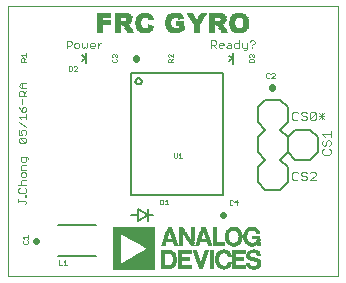
<source format=gto>
G75*
%MOIN*%
%OFA0B0*%
%FSLAX25Y25*%
%IPPOS*%
%LPD*%
%AMOC8*
5,1,8,0,0,1.08239X$1,22.5*
%
%ADD10C,0.00000*%
%ADD11C,0.00300*%
%ADD12C,0.00200*%
%ADD13R,0.00336X0.00042*%
%ADD14R,0.13776X0.00042*%
%ADD15R,0.00924X0.00042*%
%ADD16R,0.01176X0.00042*%
%ADD17R,0.13776X0.00042*%
%ADD18R,0.01386X0.00042*%
%ADD19R,0.01638X0.00042*%
%ADD20R,0.01722X0.00042*%
%ADD21R,0.01974X0.00042*%
%ADD22R,0.02646X0.00042*%
%ADD23R,0.04662X0.00042*%
%ADD24R,0.04536X0.00042*%
%ADD25R,0.02226X0.00042*%
%ADD26R,0.03024X0.00042*%
%ADD27R,0.01218X0.00042*%
%ADD28R,0.01302X0.00042*%
%ADD29R,0.02184X0.00042*%
%ADD30R,0.02436X0.00042*%
%ADD31R,0.03234X0.00042*%
%ADD32R,0.04662X0.00042*%
%ADD33R,0.01218X0.00042*%
%ADD34R,0.01302X0.00042*%
%ADD35R,0.02394X0.00042*%
%ADD36R,0.04536X0.00042*%
%ADD37R,0.02646X0.00042*%
%ADD38R,0.03402X0.00042*%
%ADD39R,0.01260X0.00042*%
%ADD40R,0.02562X0.00042*%
%ADD41R,0.02814X0.00042*%
%ADD42R,0.03528X0.00042*%
%ADD43R,0.02730X0.00042*%
%ADD44R,0.02982X0.00042*%
%ADD45R,0.03654X0.00042*%
%ADD46R,0.02898X0.00042*%
%ADD47R,0.03150X0.00042*%
%ADD48R,0.03738X0.00042*%
%ADD49R,0.03024X0.00042*%
%ADD50R,0.03822X0.00042*%
%ADD51R,0.01386X0.00042*%
%ADD52R,0.03906X0.00042*%
%ADD53R,0.03276X0.00042*%
%ADD54R,0.03486X0.00042*%
%ADD55R,0.03990X0.00042*%
%ADD56R,0.01470X0.00042*%
%ADD57R,0.03360X0.00042*%
%ADD58R,0.03570X0.00042*%
%ADD59R,0.04032X0.00042*%
%ADD60R,0.03444X0.00042*%
%ADD61R,0.03738X0.00042*%
%ADD62R,0.04116X0.00042*%
%ADD63R,0.01470X0.00042*%
%ADD64R,0.03612X0.00042*%
%ADD65R,0.03822X0.00042*%
%ADD66R,0.04158X0.00042*%
%ADD67R,0.01554X0.00042*%
%ADD68R,0.03696X0.00042*%
%ADD69R,0.04242X0.00042*%
%ADD70R,0.03780X0.00042*%
%ADD71R,0.03990X0.00042*%
%ADD72R,0.04284X0.00042*%
%ADD73R,0.03864X0.00042*%
%ADD74R,0.04074X0.00042*%
%ADD75R,0.04326X0.00042*%
%ADD76R,0.03948X0.00042*%
%ADD77R,0.04368X0.00042*%
%ADD78R,0.01638X0.00042*%
%ADD79R,0.04410X0.00042*%
%ADD80R,0.04452X0.00042*%
%ADD81R,0.04116X0.00042*%
%ADD82R,0.04326X0.00042*%
%ADD83R,0.04494X0.00042*%
%ADD84R,0.01722X0.00042*%
%ADD85R,0.04200X0.00042*%
%ADD86R,0.01848X0.00042*%
%ADD87R,0.01974X0.00042*%
%ADD88R,0.01932X0.00042*%
%ADD89R,0.01890X0.00042*%
%ADD90R,0.01680X0.00042*%
%ADD91R,0.01764X0.00042*%
%ADD92R,0.04578X0.00042*%
%ADD93R,0.01806X0.00042*%
%ADD94R,0.01806X0.00042*%
%ADD95R,0.01596X0.00042*%
%ADD96R,0.04620X0.00042*%
%ADD97R,0.01512X0.00042*%
%ADD98R,0.02058X0.00042*%
%ADD99R,0.01806X0.00042*%
%ADD100R,0.01596X0.00042*%
%ADD101R,0.01470X0.00042*%
%ADD102R,0.01848X0.00042*%
%ADD103R,0.01470X0.00042*%
%ADD104R,0.01512X0.00042*%
%ADD105R,0.01260X0.00042*%
%ADD106R,0.01512X0.00042*%
%ADD107R,0.01428X0.00042*%
%ADD108R,0.01176X0.00042*%
%ADD109R,0.01428X0.00042*%
%ADD110R,0.01554X0.00042*%
%ADD111R,0.02016X0.00042*%
%ADD112R,0.02058X0.00042*%
%ADD113R,0.01344X0.00042*%
%ADD114R,0.01428X0.00042*%
%ADD115R,0.02100X0.00042*%
%ADD116R,0.02142X0.00042*%
%ADD117R,0.01344X0.00042*%
%ADD118R,0.02184X0.00042*%
%ADD119R,0.02226X0.00042*%
%ADD120R,0.02226X0.00042*%
%ADD121R,0.02268X0.00042*%
%ADD122R,0.10920X0.00042*%
%ADD123R,0.02310X0.00042*%
%ADD124R,0.02814X0.00042*%
%ADD125R,0.10836X0.00042*%
%ADD126R,0.02310X0.00042*%
%ADD127R,0.10752X0.00042*%
%ADD128R,0.01176X0.00042*%
%ADD129R,0.01134X0.00042*%
%ADD130R,0.10710X0.00042*%
%ADD131R,0.10626X0.00042*%
%ADD132R,0.10542X0.00042*%
%ADD133R,0.01134X0.00042*%
%ADD134R,0.10500X0.00042*%
%ADD135R,0.10416X0.00042*%
%ADD136R,0.01134X0.00042*%
%ADD137R,0.10332X0.00042*%
%ADD138R,0.10248X0.00042*%
%ADD139R,0.10206X0.00042*%
%ADD140R,0.10122X0.00042*%
%ADD141R,0.10038X0.00042*%
%ADD142R,0.09996X0.00042*%
%ADD143R,0.01428X0.00042*%
%ADD144R,0.09912X0.00042*%
%ADD145R,0.09828X0.00042*%
%ADD146R,0.09744X0.00042*%
%ADD147R,0.09702X0.00042*%
%ADD148R,0.09618X0.00042*%
%ADD149R,0.09534X0.00042*%
%ADD150R,0.09492X0.00042*%
%ADD151R,0.09408X0.00042*%
%ADD152R,0.09324X0.00042*%
%ADD153R,0.02520X0.00042*%
%ADD154R,0.09282X0.00042*%
%ADD155R,0.02688X0.00042*%
%ADD156R,0.09198X0.00042*%
%ADD157R,0.02856X0.00042*%
%ADD158R,0.09114X0.00042*%
%ADD159R,0.02940X0.00042*%
%ADD160R,0.09030X0.00042*%
%ADD161R,0.04158X0.00042*%
%ADD162R,0.04032X0.00042*%
%ADD163R,0.03108X0.00042*%
%ADD164R,0.08988X0.00042*%
%ADD165R,0.03192X0.00042*%
%ADD166R,0.08904X0.00042*%
%ADD167R,0.01218X0.00042*%
%ADD168R,0.03318X0.00042*%
%ADD169R,0.08820X0.00042*%
%ADD170R,0.08778X0.00042*%
%ADD171R,0.01176X0.00042*%
%ADD172R,0.03486X0.00042*%
%ADD173R,0.08694X0.00042*%
%ADD174R,0.08610X0.00042*%
%ADD175R,0.03612X0.00042*%
%ADD176R,0.08568X0.00042*%
%ADD177R,0.08484X0.00042*%
%ADD178R,0.03612X0.00042*%
%ADD179R,0.08400X0.00042*%
%ADD180R,0.08316X0.00042*%
%ADD181R,0.08274X0.00042*%
%ADD182R,0.08190X0.00042*%
%ADD183R,0.08106X0.00042*%
%ADD184R,0.08064X0.00042*%
%ADD185R,0.03570X0.00042*%
%ADD186R,0.07980X0.00042*%
%ADD187R,0.07896X0.00042*%
%ADD188R,0.01218X0.00042*%
%ADD189R,0.03444X0.00042*%
%ADD190R,0.07854X0.00042*%
%ADD191R,0.07770X0.00042*%
%ADD192R,0.07686X0.00042*%
%ADD193R,0.03108X0.00042*%
%ADD194R,0.07602X0.00042*%
%ADD195R,0.07560X0.00042*%
%ADD196R,0.02730X0.00042*%
%ADD197R,0.07476X0.00042*%
%ADD198R,0.02520X0.00042*%
%ADD199R,0.07392X0.00042*%
%ADD200R,0.07350X0.00042*%
%ADD201R,0.07266X0.00042*%
%ADD202R,0.01932X0.00042*%
%ADD203R,0.07182X0.00042*%
%ADD204R,0.07140X0.00042*%
%ADD205R,0.07056X0.00042*%
%ADD206R,0.06972X0.00042*%
%ADD207R,0.06888X0.00042*%
%ADD208R,0.06846X0.00042*%
%ADD209R,0.06762X0.00042*%
%ADD210R,0.06678X0.00042*%
%ADD211R,0.06636X0.00042*%
%ADD212R,0.06552X0.00042*%
%ADD213R,0.06468X0.00042*%
%ADD214R,0.06426X0.00042*%
%ADD215R,0.06342X0.00042*%
%ADD216R,0.06258X0.00042*%
%ADD217R,0.06174X0.00042*%
%ADD218R,0.06132X0.00042*%
%ADD219R,0.06048X0.00042*%
%ADD220R,0.05964X0.00042*%
%ADD221R,0.05922X0.00042*%
%ADD222R,0.05838X0.00042*%
%ADD223R,0.05754X0.00042*%
%ADD224R,0.05712X0.00042*%
%ADD225R,0.05628X0.00042*%
%ADD226R,0.05544X0.00042*%
%ADD227R,0.05460X0.00042*%
%ADD228R,0.05418X0.00042*%
%ADD229R,0.05334X0.00042*%
%ADD230R,0.05250X0.00042*%
%ADD231R,0.05208X0.00042*%
%ADD232R,0.01764X0.00042*%
%ADD233R,0.01554X0.00042*%
%ADD234R,0.05124X0.00042*%
%ADD235R,0.05040X0.00042*%
%ADD236R,0.04998X0.00042*%
%ADD237R,0.02142X0.00042*%
%ADD238R,0.04914X0.00042*%
%ADD239R,0.04578X0.00042*%
%ADD240R,0.01680X0.00042*%
%ADD241R,0.04410X0.00042*%
%ADD242R,0.04830X0.00042*%
%ADD243R,0.04494X0.00042*%
%ADD244R,0.04746X0.00042*%
%ADD245R,0.01848X0.00042*%
%ADD246R,0.04704X0.00042*%
%ADD247R,0.04620X0.00042*%
%ADD248R,0.04242X0.00042*%
%ADD249R,0.04326X0.00042*%
%ADD250R,0.03906X0.00042*%
%ADD251R,0.04200X0.00042*%
%ADD252R,0.03612X0.00042*%
%ADD253R,0.03990X0.00042*%
%ADD254R,0.03528X0.00042*%
%ADD255R,0.03696X0.00042*%
%ADD256R,0.03066X0.00042*%
%ADD257R,0.02898X0.00042*%
%ADD258R,0.02604X0.00042*%
%ADD259R,0.03402X0.00042*%
%ADD260R,0.03276X0.00042*%
%ADD261R,0.02436X0.00042*%
%ADD262R,0.03066X0.00042*%
%ADD263R,0.00672X0.00042*%
%ADD264R,0.00630X0.00042*%
%ADD265R,0.02772X0.00042*%
%ADD266R,0.02562X0.00042*%
%ADD267R,0.02478X0.00042*%
%ADD268R,0.02394X0.00042*%
%ADD269R,0.02352X0.00042*%
%ADD270R,0.02520X0.00042*%
%ADD271R,0.03234X0.00042*%
%ADD272R,0.03318X0.00042*%
%ADD273R,0.00504X0.00042*%
%ADD274R,0.00504X0.00042*%
%ADD275R,0.01050X0.00042*%
%ADD276R,0.01890X0.00042*%
%ADD277R,0.01008X0.00042*%
%ADD278R,0.04284X0.00042*%
%ADD279R,0.02856X0.00042*%
%ADD280R,0.02604X0.00042*%
%ADD281R,0.01008X0.00042*%
%ADD282R,0.02856X0.00042*%
%ADD283R,0.03234X0.00042*%
%ADD284R,0.01554X0.00042*%
%ADD285R,0.04956X0.00042*%
%ADD286R,0.04788X0.00042*%
%ADD287R,0.05292X0.00042*%
%ADD288R,0.04872X0.00042*%
%ADD289R,0.04914X0.00042*%
%ADD290R,0.05502X0.00042*%
%ADD291R,0.02352X0.00042*%
%ADD292R,0.05586X0.00042*%
%ADD293R,0.05670X0.00042*%
%ADD294R,0.05796X0.00042*%
%ADD295R,0.05880X0.00042*%
%ADD296R,0.01890X0.00042*%
%ADD297R,0.06006X0.00042*%
%ADD298R,0.06090X0.00042*%
%ADD299R,0.06174X0.00042*%
%ADD300R,0.02016X0.00042*%
%ADD301R,0.04662X0.00042*%
%ADD302R,0.06384X0.00042*%
%ADD303R,0.06468X0.00042*%
%ADD304R,0.02142X0.00042*%
%ADD305R,0.04620X0.00042*%
%ADD306R,0.06678X0.00042*%
%ADD307R,0.06762X0.00042*%
%ADD308R,0.02226X0.00042*%
%ADD309R,0.06930X0.00042*%
%ADD310R,0.07014X0.00042*%
%ADD311R,0.07056X0.00042*%
%ADD312R,0.04368X0.00042*%
%ADD313R,0.07224X0.00042*%
%ADD314R,0.07308X0.00042*%
%ADD315R,0.01092X0.00042*%
%ADD316R,0.07392X0.00042*%
%ADD317R,0.04284X0.00042*%
%ADD318R,0.01092X0.00042*%
%ADD319R,0.07434X0.00042*%
%ADD320R,0.07518X0.00042*%
%ADD321R,0.07686X0.00042*%
%ADD322R,0.07728X0.00042*%
%ADD323R,0.07812X0.00042*%
%ADD324R,0.07896X0.00042*%
%ADD325R,0.08064X0.00042*%
%ADD326R,0.08190X0.00042*%
%ADD327R,0.08358X0.00042*%
%ADD328R,0.01092X0.00042*%
%ADD329R,0.08442X0.00042*%
%ADD330R,0.01092X0.00042*%
%ADD331R,0.08484X0.00042*%
%ADD332R,0.08652X0.00042*%
%ADD333R,0.08736X0.00042*%
%ADD334R,0.08778X0.00042*%
%ADD335R,0.08862X0.00042*%
%ADD336R,0.08946X0.00042*%
%ADD337R,0.09030X0.00042*%
%ADD338R,0.09156X0.00042*%
%ADD339R,0.09240X0.00042*%
%ADD340R,0.01134X0.00042*%
%ADD341R,0.01050X0.00042*%
%ADD342R,0.09324X0.00042*%
%ADD343R,0.09450X0.00042*%
%ADD344R,0.09534X0.00042*%
%ADD345R,0.09702X0.00042*%
%ADD346R,0.09786X0.00042*%
%ADD347R,0.09912X0.00042*%
%ADD348R,0.09996X0.00042*%
%ADD349R,0.10080X0.00042*%
%ADD350R,0.10164X0.00042*%
%ADD351R,0.10206X0.00042*%
%ADD352R,0.10290X0.00042*%
%ADD353R,0.10374X0.00042*%
%ADD354R,0.10458X0.00042*%
%ADD355R,0.10500X0.00042*%
%ADD356R,0.10584X0.00042*%
%ADD357R,0.10668X0.00042*%
%ADD358R,0.10878X0.00042*%
%ADD359R,0.02268X0.00042*%
%ADD360R,0.02142X0.00042*%
%ADD361R,0.01848X0.00042*%
%ADD362R,0.01890X0.00042*%
%ADD363R,0.04326X0.00042*%
%ADD364R,0.03948X0.00042*%
%ADD365R,0.03948X0.00042*%
%ADD366R,0.03864X0.00042*%
%ADD367R,0.03276X0.00042*%
%ADD368R,0.01512X0.00042*%
%ADD369R,0.03150X0.00042*%
%ADD370R,0.02520X0.00042*%
%ADD371R,0.00588X0.00042*%
%ADD372C,0.00500*%
%ADD373R,0.01680X0.00140*%
%ADD374R,0.01960X0.00140*%
%ADD375R,0.02240X0.00140*%
%ADD376R,0.02660X0.00140*%
%ADD377R,0.02940X0.00140*%
%ADD378R,0.02240X0.00140*%
%ADD379R,0.02800X0.00140*%
%ADD380R,0.03360X0.00140*%
%ADD381R,0.03640X0.00140*%
%ADD382R,0.03500X0.00140*%
%ADD383R,0.03780X0.00140*%
%ADD384R,0.04060X0.00140*%
%ADD385R,0.03920X0.00140*%
%ADD386R,0.04200X0.00140*%
%ADD387R,0.04620X0.00140*%
%ADD388R,0.04340X0.00140*%
%ADD389R,0.01960X0.00140*%
%ADD390R,0.02240X0.00140*%
%ADD391R,0.04480X0.00140*%
%ADD392R,0.05040X0.00140*%
%ADD393R,0.04620X0.00140*%
%ADD394R,0.04760X0.00140*%
%ADD395R,0.05320X0.00140*%
%ADD396R,0.04900X0.00140*%
%ADD397R,0.05040X0.00140*%
%ADD398R,0.05600X0.00140*%
%ADD399R,0.05180X0.00140*%
%ADD400R,0.05880X0.00140*%
%ADD401R,0.05460X0.00140*%
%ADD402R,0.02380X0.00140*%
%ADD403R,0.05320X0.00140*%
%ADD404R,0.02240X0.00140*%
%ADD405R,0.05600X0.00140*%
%ADD406R,0.06020X0.00140*%
%ADD407R,0.05740X0.00140*%
%ADD408R,0.02520X0.00140*%
%ADD409R,0.02100X0.00140*%
%ADD410R,0.01680X0.00140*%
%ADD411R,0.02100X0.00140*%
%ADD412R,0.01820X0.00140*%
%ADD413R,0.01120X0.00140*%
%ADD414R,0.02940X0.00140*%
%ADD415R,0.00700X0.00140*%
%ADD416R,0.04480X0.00140*%
%ADD417R,0.04620X0.00140*%
%ADD418R,0.00280X0.00140*%
%ADD419R,0.04340X0.00140*%
%ADD420R,0.02940X0.00140*%
%ADD421R,0.04340X0.00140*%
%ADD422R,0.02520X0.00140*%
%ADD423R,0.05460X0.00140*%
%ADD424R,0.03080X0.00140*%
%ADD425R,0.03920X0.00140*%
%ADD426R,0.01120X0.00140*%
%ADD427R,0.00560X0.00140*%
%ADD428R,0.02380X0.00140*%
%ADD429R,0.05740X0.00140*%
%ADD430R,0.05740X0.00140*%
%ADD431R,0.04900X0.00140*%
%ADD432R,0.05320X0.00140*%
%ADD433R,0.05180X0.00140*%
%ADD434R,0.05040X0.00140*%
%ADD435R,0.04760X0.00140*%
%ADD436R,0.03360X0.00140*%
%ADD437R,0.03640X0.00140*%
%ADD438R,0.04340X0.00140*%
%ADD439R,0.01540X0.00140*%
%ADD440C,0.00400*%
%ADD441C,0.02200*%
%ADD442C,0.00800*%
D10*
X0076678Y0109903D02*
X0076678Y0199903D01*
X0186528Y0199903D01*
X0186528Y0109903D01*
X0076678Y0109903D01*
D11*
X0082141Y0133853D02*
X0082558Y0134270D01*
X0082558Y0134687D01*
X0082141Y0135104D01*
X0080056Y0135104D01*
X0080056Y0134687D02*
X0080056Y0135521D01*
X0080473Y0137721D02*
X0082141Y0137721D01*
X0082558Y0138138D01*
X0082558Y0138972D01*
X0082141Y0139389D01*
X0082558Y0140299D02*
X0080056Y0140299D01*
X0080890Y0140716D02*
X0081307Y0140299D01*
X0080890Y0140716D02*
X0080890Y0141550D01*
X0081307Y0141967D01*
X0082558Y0141967D01*
X0082141Y0142877D02*
X0082558Y0143294D01*
X0082558Y0144128D01*
X0082141Y0144545D01*
X0081307Y0144545D01*
X0080890Y0144128D01*
X0080890Y0143294D01*
X0081307Y0142877D01*
X0082141Y0142877D01*
X0082558Y0145455D02*
X0080890Y0145455D01*
X0080890Y0146706D01*
X0081307Y0147123D01*
X0082558Y0147123D01*
X0082141Y0148033D02*
X0082558Y0148450D01*
X0082558Y0149702D01*
X0082976Y0149702D02*
X0080890Y0149702D01*
X0080890Y0148450D01*
X0081307Y0148033D01*
X0082141Y0148033D01*
X0083393Y0148867D02*
X0083393Y0149284D01*
X0082976Y0149702D01*
X0082241Y0154453D02*
X0080573Y0156121D01*
X0082241Y0156121D01*
X0082658Y0155704D01*
X0082658Y0154870D01*
X0082241Y0154453D01*
X0080573Y0154453D01*
X0080156Y0154870D01*
X0080156Y0155704D01*
X0080573Y0156121D01*
X0080156Y0157032D02*
X0081407Y0157032D01*
X0080990Y0157866D01*
X0080990Y0158283D01*
X0081407Y0158700D01*
X0082241Y0158700D01*
X0082658Y0158283D01*
X0082658Y0157449D01*
X0082241Y0157032D01*
X0080156Y0157032D02*
X0080156Y0158700D01*
X0080156Y0161278D02*
X0082658Y0159610D01*
X0082658Y0162188D02*
X0082658Y0163856D01*
X0082658Y0163022D02*
X0080156Y0163022D01*
X0080990Y0162188D01*
X0081407Y0164766D02*
X0081407Y0166017D01*
X0081824Y0166434D01*
X0082241Y0166434D01*
X0082658Y0166017D01*
X0082658Y0165183D01*
X0082241Y0164766D01*
X0081407Y0164766D01*
X0080573Y0165600D01*
X0080156Y0166434D01*
X0081407Y0167344D02*
X0081407Y0169012D01*
X0081824Y0169923D02*
X0081824Y0171174D01*
X0081407Y0171591D01*
X0080573Y0171591D01*
X0080156Y0171174D01*
X0080156Y0169923D01*
X0082658Y0169923D01*
X0081824Y0170757D02*
X0082658Y0171591D01*
X0082658Y0172501D02*
X0080990Y0172501D01*
X0080156Y0173335D01*
X0080990Y0174169D01*
X0082658Y0174169D01*
X0081407Y0174169D02*
X0081407Y0172501D01*
X0096128Y0185971D02*
X0096128Y0188473D01*
X0097380Y0188473D01*
X0097797Y0188056D01*
X0097797Y0187222D01*
X0097380Y0186805D01*
X0096128Y0186805D01*
X0098707Y0186388D02*
X0099124Y0185971D01*
X0099958Y0185971D01*
X0100375Y0186388D01*
X0100375Y0187222D01*
X0099958Y0187639D01*
X0099124Y0187639D01*
X0098707Y0187222D01*
X0098707Y0186388D01*
X0101285Y0186388D02*
X0101702Y0185971D01*
X0102119Y0186388D01*
X0102536Y0185971D01*
X0102953Y0186388D01*
X0102953Y0187639D01*
X0103863Y0187222D02*
X0104280Y0187639D01*
X0105114Y0187639D01*
X0105531Y0187222D01*
X0105531Y0186805D01*
X0103863Y0186805D01*
X0103863Y0186388D02*
X0103863Y0187222D01*
X0103863Y0186388D02*
X0104280Y0185971D01*
X0105114Y0185971D01*
X0106441Y0185971D02*
X0106441Y0187639D01*
X0106441Y0186805D02*
X0107275Y0187639D01*
X0107692Y0187639D01*
X0101285Y0187639D02*
X0101285Y0186388D01*
X0144228Y0186051D02*
X0144228Y0188553D01*
X0145480Y0188553D01*
X0145897Y0188136D01*
X0145897Y0187302D01*
X0145480Y0186885D01*
X0144228Y0186885D01*
X0145063Y0186885D02*
X0145897Y0186051D01*
X0146807Y0186468D02*
X0147224Y0186051D01*
X0148058Y0186051D01*
X0148475Y0186885D02*
X0146807Y0186885D01*
X0146807Y0186468D02*
X0146807Y0187302D01*
X0147224Y0187719D01*
X0148058Y0187719D01*
X0148475Y0187302D01*
X0148475Y0186885D01*
X0149385Y0186468D02*
X0149802Y0186885D01*
X0151053Y0186885D01*
X0151053Y0187302D02*
X0151053Y0186051D01*
X0149802Y0186051D01*
X0149385Y0186468D01*
X0149802Y0187719D02*
X0150636Y0187719D01*
X0151053Y0187302D01*
X0151963Y0187302D02*
X0152380Y0187719D01*
X0153631Y0187719D01*
X0153631Y0188553D02*
X0153631Y0186051D01*
X0152380Y0186051D01*
X0151963Y0186468D01*
X0151963Y0187302D01*
X0154541Y0187719D02*
X0154541Y0186468D01*
X0154958Y0186051D01*
X0156209Y0186051D01*
X0156209Y0185634D02*
X0155792Y0185217D01*
X0155375Y0185217D01*
X0156209Y0185634D02*
X0156209Y0187719D01*
X0157119Y0188136D02*
X0157536Y0188553D01*
X0158371Y0188553D01*
X0158788Y0188136D01*
X0158788Y0187719D01*
X0157954Y0186885D01*
X0157954Y0186468D02*
X0157954Y0186051D01*
X0080473Y0139389D02*
X0080056Y0138972D01*
X0080056Y0138138D01*
X0080473Y0137721D01*
X0082141Y0136849D02*
X0082558Y0136849D01*
X0082558Y0136432D01*
X0082141Y0136432D01*
X0082141Y0136849D01*
D12*
X0083116Y0123513D02*
X0083116Y0122446D01*
X0083116Y0122980D02*
X0081515Y0122980D01*
X0082049Y0122446D01*
X0081782Y0121856D02*
X0081515Y0121589D01*
X0081515Y0121055D01*
X0081782Y0120789D01*
X0082850Y0120789D01*
X0083116Y0121055D01*
X0083116Y0121589D01*
X0082850Y0121856D01*
X0093549Y0115235D02*
X0093549Y0113634D01*
X0094616Y0113634D01*
X0095206Y0113634D02*
X0096274Y0113634D01*
X0095740Y0113634D02*
X0095740Y0115235D01*
X0095206Y0114701D01*
X0127348Y0133838D02*
X0128148Y0133838D01*
X0128415Y0134105D01*
X0128415Y0135173D01*
X0128148Y0135439D01*
X0127348Y0135439D01*
X0127348Y0133838D01*
X0129005Y0133838D02*
X0130073Y0133838D01*
X0129539Y0133838D02*
X0129539Y0135439D01*
X0129005Y0134906D01*
X0150433Y0135050D02*
X0150433Y0133983D01*
X0150700Y0133716D01*
X0151234Y0133716D01*
X0151501Y0133983D01*
X0152091Y0134516D02*
X0153158Y0134516D01*
X0152892Y0133716D02*
X0152892Y0135317D01*
X0152091Y0134516D01*
X0151501Y0135050D02*
X0151234Y0135317D01*
X0150700Y0135317D01*
X0150433Y0135050D01*
X0134603Y0149291D02*
X0133536Y0149291D01*
X0134070Y0149291D02*
X0134070Y0150893D01*
X0133536Y0150359D01*
X0132946Y0150893D02*
X0132946Y0149558D01*
X0132679Y0149291D01*
X0132145Y0149291D01*
X0131878Y0149558D01*
X0131878Y0150893D01*
X0162760Y0176170D02*
X0163027Y0175903D01*
X0163561Y0175903D01*
X0163828Y0176170D01*
X0164418Y0175903D02*
X0165485Y0176971D01*
X0165485Y0177238D01*
X0165219Y0177505D01*
X0164685Y0177505D01*
X0164418Y0177238D01*
X0163828Y0177238D02*
X0163561Y0177505D01*
X0163027Y0177505D01*
X0162760Y0177238D01*
X0162760Y0176170D01*
X0164418Y0175903D02*
X0165485Y0175903D01*
X0158638Y0181219D02*
X0158638Y0182019D01*
X0158372Y0182286D01*
X0157304Y0182286D01*
X0157037Y0182019D01*
X0157037Y0181219D01*
X0158638Y0181219D01*
X0158372Y0182876D02*
X0158638Y0183143D01*
X0158638Y0183677D01*
X0158372Y0183943D01*
X0158105Y0183943D01*
X0157838Y0183677D01*
X0157838Y0183410D01*
X0157838Y0183677D02*
X0157571Y0183943D01*
X0157304Y0183943D01*
X0157037Y0183677D01*
X0157037Y0183143D01*
X0157304Y0182876D01*
X0131468Y0182956D02*
X0130401Y0184023D01*
X0130134Y0184023D01*
X0129867Y0183757D01*
X0129867Y0183223D01*
X0130134Y0182956D01*
X0130134Y0182366D02*
X0130668Y0182366D01*
X0130935Y0182099D01*
X0130935Y0181298D01*
X0131468Y0181298D02*
X0129867Y0181298D01*
X0129867Y0182099D01*
X0130134Y0182366D01*
X0130935Y0181832D02*
X0131468Y0182366D01*
X0131468Y0182956D02*
X0131468Y0184023D01*
X0112976Y0183681D02*
X0112976Y0183148D01*
X0112710Y0182881D01*
X0112710Y0182291D02*
X0112976Y0182024D01*
X0112976Y0181490D01*
X0112710Y0181223D01*
X0111642Y0181223D01*
X0111375Y0181490D01*
X0111375Y0182024D01*
X0111642Y0182291D01*
X0111642Y0182881D02*
X0111375Y0183148D01*
X0111375Y0183681D01*
X0111642Y0183948D01*
X0111909Y0183948D01*
X0112176Y0183681D01*
X0112443Y0183948D01*
X0112710Y0183948D01*
X0112976Y0183681D01*
X0112176Y0183681D02*
X0112176Y0183415D01*
X0099545Y0179668D02*
X0099279Y0179935D01*
X0098745Y0179935D01*
X0098478Y0179668D01*
X0097888Y0179668D02*
X0097621Y0179935D01*
X0096820Y0179935D01*
X0096820Y0178333D01*
X0097621Y0178333D01*
X0097888Y0178600D01*
X0097888Y0179668D01*
X0098478Y0178333D02*
X0099545Y0179401D01*
X0099545Y0179668D01*
X0099545Y0178333D02*
X0098478Y0178333D01*
X0082598Y0181451D02*
X0080997Y0181451D01*
X0080997Y0182251D01*
X0081264Y0182518D01*
X0081798Y0182518D01*
X0082065Y0182251D01*
X0082065Y0181451D01*
X0082065Y0181984D02*
X0082598Y0182518D01*
X0082598Y0183108D02*
X0082598Y0184175D01*
X0082598Y0183642D02*
X0080997Y0183642D01*
X0081531Y0183108D01*
D13*
X0158555Y0112089D03*
D14*
X0118487Y0112131D03*
X0118487Y0112215D03*
X0118487Y0112257D03*
X0118487Y0112299D03*
X0118487Y0112383D03*
X0118487Y0112425D03*
X0118487Y0112467D03*
X0118487Y0112551D03*
X0118487Y0112593D03*
X0118487Y0112635D03*
X0118487Y0112677D03*
X0118487Y0112761D03*
X0118487Y0112803D03*
X0118487Y0112845D03*
X0118487Y0112929D03*
X0118487Y0112971D03*
X0118487Y0113013D03*
X0118487Y0113097D03*
X0118487Y0113139D03*
X0118487Y0113181D03*
X0118487Y0113265D03*
X0118487Y0113307D03*
X0118487Y0113349D03*
X0118487Y0113433D03*
X0118487Y0113475D03*
X0118487Y0113517D03*
X0118487Y0113601D03*
X0118487Y0113643D03*
X0118487Y0113685D03*
X0118487Y0113727D03*
X0118487Y0113811D03*
X0118487Y0113853D03*
X0118487Y0123807D03*
X0118487Y0123849D03*
X0118487Y0123933D03*
X0118487Y0123975D03*
X0118487Y0124017D03*
X0118487Y0124101D03*
X0118487Y0124143D03*
X0118487Y0124185D03*
X0118487Y0124227D03*
X0118487Y0124311D03*
X0118487Y0124353D03*
X0118487Y0124395D03*
X0118487Y0124479D03*
X0118487Y0124521D03*
X0118487Y0124563D03*
X0118487Y0124647D03*
X0118487Y0124689D03*
X0118487Y0124731D03*
X0118487Y0124815D03*
X0118487Y0124857D03*
X0118487Y0124899D03*
X0118487Y0124983D03*
X0118487Y0125025D03*
X0118487Y0125067D03*
X0118487Y0125151D03*
X0118487Y0125193D03*
X0118487Y0125235D03*
X0118487Y0125277D03*
X0118487Y0125361D03*
X0118487Y0125403D03*
X0118487Y0125445D03*
X0118487Y0125529D03*
X0118487Y0125571D03*
X0118487Y0125613D03*
X0118487Y0125697D03*
X0118487Y0125739D03*
X0118487Y0125781D03*
X0118487Y0125865D03*
X0118487Y0125907D03*
X0118487Y0125949D03*
D15*
X0148433Y0112131D03*
X0151835Y0126075D03*
D16*
X0155783Y0123807D03*
X0155741Y0123681D03*
X0155741Y0123639D03*
X0155741Y0122085D03*
X0155741Y0122043D03*
X0155783Y0121917D03*
X0160109Y0121665D03*
X0160151Y0116961D03*
X0160151Y0116877D03*
X0160193Y0116793D03*
X0160193Y0116751D03*
X0156665Y0116835D03*
X0156581Y0114063D03*
X0156581Y0114021D03*
X0156581Y0113979D03*
X0156581Y0113895D03*
X0156581Y0113853D03*
X0156581Y0113811D03*
X0156623Y0113727D03*
X0158513Y0112131D03*
X0151961Y0113349D03*
X0151961Y0113433D03*
X0151961Y0113475D03*
X0151961Y0113517D03*
X0151961Y0113601D03*
X0151961Y0113643D03*
X0151961Y0113685D03*
X0151961Y0113727D03*
X0151961Y0113811D03*
X0151961Y0113853D03*
X0151961Y0113895D03*
X0151961Y0113979D03*
X0151961Y0114021D03*
X0151961Y0114063D03*
X0151961Y0114147D03*
X0151961Y0114189D03*
X0151961Y0114231D03*
X0151961Y0114315D03*
X0151961Y0114357D03*
X0151961Y0114399D03*
X0151961Y0114483D03*
X0151961Y0114525D03*
X0151961Y0114567D03*
X0151961Y0114651D03*
X0151961Y0114693D03*
X0151961Y0114735D03*
X0151961Y0114777D03*
X0151961Y0114861D03*
X0151961Y0114903D03*
X0151961Y0116079D03*
X0151961Y0116121D03*
X0151961Y0116163D03*
X0151961Y0116247D03*
X0151961Y0116289D03*
X0151961Y0116331D03*
X0151961Y0116415D03*
X0151961Y0116457D03*
X0151961Y0116499D03*
X0151961Y0116583D03*
X0151961Y0116625D03*
X0151961Y0116667D03*
X0151961Y0116751D03*
X0151961Y0116793D03*
X0151961Y0116835D03*
X0151961Y0116877D03*
X0151961Y0116961D03*
X0151961Y0117003D03*
X0151961Y0117045D03*
X0151961Y0117129D03*
X0151961Y0117171D03*
X0151961Y0117213D03*
X0151961Y0117297D03*
X0141965Y0115449D03*
X0141881Y0115197D03*
X0141797Y0114945D03*
X0141797Y0114903D03*
X0141755Y0114777D03*
X0141713Y0114693D03*
X0141713Y0114651D03*
X0141629Y0114399D03*
X0141629Y0114357D03*
X0141587Y0114315D03*
X0141545Y0114147D03*
X0140243Y0114147D03*
X0140201Y0114231D03*
X0140201Y0114315D03*
X0140159Y0114357D03*
X0140159Y0114399D03*
X0140075Y0114651D03*
X0140033Y0114777D03*
X0139991Y0114903D03*
X0139991Y0120825D03*
X0140033Y0120951D03*
X0140075Y0121077D03*
X0140411Y0122085D03*
X0140411Y0122127D03*
X0142973Y0122925D03*
X0143015Y0122799D03*
X0142931Y0123051D03*
X0143141Y0122463D03*
X0143141Y0122421D03*
X0143183Y0122295D03*
X0131843Y0122379D03*
X0131843Y0122421D03*
X0131801Y0122463D03*
X0131801Y0122547D03*
X0131759Y0122589D03*
X0131759Y0122631D03*
X0131675Y0122883D03*
X0131633Y0122925D03*
X0131633Y0122967D03*
X0131591Y0123051D03*
X0131591Y0123093D03*
X0131465Y0123429D03*
X0129155Y0122295D03*
X0129155Y0122253D03*
X0129113Y0122127D03*
X0128777Y0121161D03*
X0128651Y0120783D03*
D17*
X0118487Y0123891D03*
X0118487Y0124059D03*
X0118487Y0124269D03*
X0118487Y0124437D03*
X0118487Y0124605D03*
X0118487Y0124773D03*
X0118487Y0124941D03*
X0118487Y0125109D03*
X0118487Y0125319D03*
X0118487Y0125487D03*
X0118487Y0125655D03*
X0118487Y0125823D03*
X0118487Y0113769D03*
X0118487Y0113559D03*
X0118487Y0113391D03*
X0118487Y0113223D03*
X0118487Y0113055D03*
X0118487Y0112887D03*
X0118487Y0112719D03*
X0118487Y0112509D03*
X0118487Y0112341D03*
X0118487Y0112173D03*
D18*
X0131906Y0113769D03*
X0131990Y0113937D03*
X0132032Y0116373D03*
X0131948Y0116541D03*
X0140894Y0112509D03*
X0146480Y0116541D03*
X0146648Y0116919D03*
X0150260Y0116919D03*
X0148454Y0112173D03*
X0149966Y0121287D03*
X0149924Y0124437D03*
X0153662Y0121287D03*
X0159626Y0124773D03*
X0141776Y0125823D03*
X0134342Y0125823D03*
X0130436Y0125823D03*
D19*
X0130436Y0125487D03*
X0137954Y0120573D03*
X0141776Y0125487D03*
X0150302Y0120909D03*
X0159878Y0121119D03*
X0158492Y0112173D03*
X0147152Y0113223D03*
X0140894Y0112887D03*
D20*
X0140894Y0113013D03*
X0140894Y0113097D03*
X0147110Y0117465D03*
X0149798Y0117465D03*
X0149882Y0113139D03*
X0148496Y0112215D03*
X0156980Y0116121D03*
X0159668Y0117549D03*
X0159836Y0121035D03*
X0153242Y0120867D03*
X0150344Y0120867D03*
X0141776Y0125361D03*
X0141776Y0125403D03*
X0137912Y0120699D03*
X0137912Y0120657D03*
X0134510Y0125277D03*
X0130436Y0125361D03*
X0131486Y0117213D03*
D21*
X0140894Y0113433D03*
X0148496Y0112257D03*
X0158492Y0112215D03*
X0158534Y0118389D03*
X0153074Y0120783D03*
X0147278Y0117549D03*
X0137786Y0121035D03*
X0137786Y0121077D03*
X0134636Y0124857D03*
X0134636Y0124899D03*
X0141776Y0124983D03*
X0141776Y0125025D03*
X0157988Y0125907D03*
D22*
X0128966Y0118431D03*
X0124052Y0119145D03*
X0128966Y0112257D03*
D23*
X0135644Y0112257D03*
X0135644Y0112299D03*
X0135644Y0112383D03*
X0135644Y0112425D03*
X0135644Y0112467D03*
X0135644Y0112551D03*
X0135644Y0112593D03*
X0135644Y0112635D03*
X0135644Y0112677D03*
X0135644Y0112761D03*
X0135644Y0112803D03*
X0135644Y0112845D03*
X0135644Y0112929D03*
X0135644Y0112971D03*
X0135644Y0113013D03*
X0135644Y0113097D03*
X0135644Y0113139D03*
X0135644Y0113181D03*
X0135644Y0113265D03*
X0123044Y0120279D03*
X0130520Y0121245D03*
D24*
X0130541Y0121413D03*
X0135581Y0118431D03*
X0141839Y0121413D03*
X0123107Y0120195D03*
X0123107Y0117633D03*
X0129911Y0113097D03*
X0153641Y0113097D03*
X0153641Y0113139D03*
X0153641Y0113181D03*
X0153641Y0113265D03*
X0153641Y0113013D03*
X0153641Y0112971D03*
X0153641Y0112929D03*
X0153641Y0112845D03*
X0153641Y0112803D03*
X0153641Y0112761D03*
X0153641Y0112677D03*
X0153641Y0112635D03*
X0153641Y0112593D03*
X0153641Y0112551D03*
X0153641Y0112467D03*
X0153641Y0112425D03*
X0153641Y0112383D03*
X0153641Y0112299D03*
X0153641Y0112257D03*
D25*
X0158492Y0112257D03*
X0137660Y0121413D03*
D26*
X0151835Y0125697D03*
X0129155Y0112299D03*
D27*
X0133922Y0116121D03*
X0133922Y0116163D03*
X0133922Y0116247D03*
X0133922Y0116289D03*
X0133922Y0116331D03*
X0133922Y0116415D03*
X0133922Y0116457D03*
X0133922Y0116499D03*
X0133922Y0116583D03*
X0133922Y0116625D03*
X0133922Y0116667D03*
X0133922Y0116751D03*
X0133922Y0116793D03*
X0133922Y0116835D03*
X0133922Y0116877D03*
X0133922Y0116961D03*
X0133922Y0117003D03*
X0133922Y0117045D03*
X0133922Y0117129D03*
X0133922Y0117171D03*
X0133922Y0117213D03*
X0133922Y0117297D03*
X0133922Y0117339D03*
X0133922Y0117381D03*
X0134258Y0119901D03*
X0134258Y0119943D03*
X0134258Y0119985D03*
X0134258Y0120027D03*
X0134258Y0120111D03*
X0134258Y0120153D03*
X0134258Y0120195D03*
X0134258Y0120279D03*
X0134258Y0120321D03*
X0134258Y0120363D03*
X0134258Y0120447D03*
X0134258Y0120489D03*
X0134258Y0120531D03*
X0134258Y0120615D03*
X0134258Y0120657D03*
X0134258Y0120699D03*
X0134258Y0120783D03*
X0134258Y0120825D03*
X0134258Y0120867D03*
X0134258Y0120951D03*
X0134258Y0120993D03*
X0134258Y0121035D03*
X0134258Y0121077D03*
X0134258Y0121161D03*
X0134258Y0121203D03*
X0134258Y0121245D03*
X0134258Y0121329D03*
X0134258Y0121371D03*
X0134258Y0121413D03*
X0134258Y0121497D03*
X0134258Y0121539D03*
X0134258Y0121581D03*
X0134258Y0121665D03*
X0134258Y0121707D03*
X0134258Y0121749D03*
X0134258Y0121833D03*
X0134258Y0121875D03*
X0134258Y0121917D03*
X0134258Y0122001D03*
X0134258Y0122043D03*
X0134258Y0122085D03*
X0134258Y0122127D03*
X0134258Y0122211D03*
X0134258Y0122253D03*
X0134258Y0122295D03*
X0134258Y0122379D03*
X0134258Y0122421D03*
X0134258Y0122463D03*
X0134258Y0122547D03*
X0134258Y0122589D03*
X0134258Y0122631D03*
X0134258Y0122715D03*
X0134258Y0122757D03*
X0134258Y0122799D03*
X0134258Y0122883D03*
X0134258Y0122925D03*
X0134258Y0122967D03*
X0134258Y0123051D03*
X0134258Y0123093D03*
X0134258Y0123135D03*
X0134258Y0123177D03*
X0134258Y0123261D03*
X0134258Y0123303D03*
X0134258Y0123345D03*
X0134258Y0123429D03*
X0134258Y0123471D03*
X0134258Y0123513D03*
X0134258Y0123597D03*
X0134258Y0123639D03*
X0134258Y0123681D03*
X0134258Y0123765D03*
X0134258Y0123807D03*
X0134258Y0123849D03*
X0134258Y0123933D03*
X0131864Y0122295D03*
X0131864Y0122253D03*
X0132284Y0121161D03*
X0132326Y0121077D03*
X0132326Y0121035D03*
X0132326Y0120993D03*
X0132368Y0120951D03*
X0132410Y0120825D03*
X0132410Y0120783D03*
X0132452Y0120699D03*
X0132452Y0120657D03*
X0132536Y0120447D03*
X0129092Y0122085D03*
X0129134Y0122211D03*
X0128756Y0121077D03*
X0128714Y0120993D03*
X0128714Y0120951D03*
X0128672Y0120867D03*
X0128672Y0120825D03*
X0128630Y0120699D03*
X0128630Y0120657D03*
X0128588Y0120615D03*
X0128588Y0120531D03*
X0128546Y0120489D03*
X0128546Y0120447D03*
X0128504Y0120363D03*
X0128504Y0120321D03*
X0128504Y0120279D03*
X0128462Y0120195D03*
X0128462Y0120153D03*
X0128420Y0120027D03*
X0138164Y0119901D03*
X0139718Y0119943D03*
X0139718Y0119985D03*
X0139760Y0120111D03*
X0139802Y0120195D03*
X0139802Y0120279D03*
X0139844Y0120321D03*
X0139844Y0120363D03*
X0139886Y0120447D03*
X0139886Y0120489D03*
X0139886Y0120531D03*
X0139970Y0120783D03*
X0140012Y0120867D03*
X0140054Y0120993D03*
X0140054Y0121035D03*
X0140096Y0121161D03*
X0138164Y0122001D03*
X0138164Y0122043D03*
X0138164Y0122085D03*
X0138164Y0122127D03*
X0138164Y0122211D03*
X0138164Y0122253D03*
X0138164Y0122295D03*
X0138164Y0122379D03*
X0138164Y0122421D03*
X0138164Y0122463D03*
X0138164Y0122547D03*
X0138164Y0122589D03*
X0138164Y0122631D03*
X0138164Y0122715D03*
X0138164Y0122757D03*
X0138164Y0122799D03*
X0138164Y0122883D03*
X0138164Y0122925D03*
X0138164Y0122967D03*
X0138164Y0123051D03*
X0138164Y0123093D03*
X0138164Y0123135D03*
X0138164Y0123177D03*
X0138164Y0123261D03*
X0138164Y0123303D03*
X0138164Y0123345D03*
X0138164Y0123429D03*
X0138164Y0123471D03*
X0138164Y0123513D03*
X0138164Y0123597D03*
X0138164Y0123639D03*
X0138164Y0123681D03*
X0138164Y0123765D03*
X0138164Y0123807D03*
X0138164Y0123849D03*
X0138164Y0123933D03*
X0138164Y0123975D03*
X0138164Y0124017D03*
X0138164Y0124101D03*
X0138164Y0124143D03*
X0138164Y0124185D03*
X0138164Y0124227D03*
X0138164Y0124311D03*
X0138164Y0124353D03*
X0138164Y0124395D03*
X0138164Y0124479D03*
X0138164Y0124521D03*
X0138164Y0124563D03*
X0138164Y0124647D03*
X0138164Y0124689D03*
X0138164Y0124731D03*
X0138164Y0124815D03*
X0138164Y0124857D03*
X0138164Y0124899D03*
X0138164Y0124983D03*
X0138164Y0125025D03*
X0138164Y0125067D03*
X0138164Y0125151D03*
X0138164Y0125193D03*
X0138164Y0125235D03*
X0138164Y0125277D03*
X0138164Y0125361D03*
X0138164Y0125403D03*
X0138164Y0125445D03*
X0138164Y0125529D03*
X0138164Y0125571D03*
X0138164Y0125613D03*
X0138164Y0125697D03*
X0138164Y0125739D03*
X0138164Y0125781D03*
X0138164Y0125865D03*
X0138164Y0125907D03*
X0138164Y0125949D03*
X0143162Y0122379D03*
X0143204Y0122253D03*
X0143204Y0122211D03*
X0143624Y0121077D03*
X0143666Y0120993D03*
X0143666Y0120951D03*
X0143708Y0120867D03*
X0143792Y0120615D03*
X0143834Y0120531D03*
X0143918Y0120279D03*
X0145598Y0120951D03*
X0145598Y0120993D03*
X0145598Y0121035D03*
X0145598Y0121077D03*
X0145598Y0121161D03*
X0145598Y0121203D03*
X0145598Y0121245D03*
X0145598Y0121329D03*
X0145598Y0121371D03*
X0145598Y0121413D03*
X0145598Y0121497D03*
X0145598Y0121539D03*
X0145598Y0121581D03*
X0145598Y0121665D03*
X0145598Y0121707D03*
X0145598Y0121749D03*
X0145598Y0121833D03*
X0145598Y0121875D03*
X0145598Y0121917D03*
X0145598Y0122001D03*
X0145598Y0122043D03*
X0145598Y0122085D03*
X0145598Y0122127D03*
X0145598Y0122211D03*
X0145598Y0122253D03*
X0145598Y0122295D03*
X0145598Y0122379D03*
X0145598Y0122421D03*
X0145598Y0122463D03*
X0145598Y0122547D03*
X0145598Y0122589D03*
X0145598Y0122631D03*
X0145598Y0122715D03*
X0145598Y0122757D03*
X0145598Y0122799D03*
X0145598Y0122883D03*
X0145598Y0122925D03*
X0145598Y0122967D03*
X0145598Y0123051D03*
X0145598Y0123093D03*
X0145598Y0123135D03*
X0145598Y0123177D03*
X0145598Y0123261D03*
X0145598Y0123303D03*
X0145598Y0123345D03*
X0145598Y0123429D03*
X0145598Y0123471D03*
X0145598Y0123513D03*
X0145598Y0123597D03*
X0145598Y0123639D03*
X0145598Y0123681D03*
X0145598Y0123765D03*
X0145598Y0123807D03*
X0145598Y0123849D03*
X0145598Y0123933D03*
X0145598Y0123975D03*
X0145598Y0124017D03*
X0145598Y0124101D03*
X0145598Y0124143D03*
X0145598Y0124185D03*
X0145598Y0124227D03*
X0145598Y0124311D03*
X0145598Y0124353D03*
X0145598Y0124395D03*
X0145598Y0124479D03*
X0145598Y0124521D03*
X0145598Y0124563D03*
X0145598Y0124647D03*
X0145598Y0124689D03*
X0145598Y0124731D03*
X0145598Y0124815D03*
X0145598Y0124857D03*
X0145598Y0124899D03*
X0145598Y0124983D03*
X0145598Y0125025D03*
X0145598Y0125067D03*
X0145598Y0125151D03*
X0145598Y0125193D03*
X0145598Y0125235D03*
X0145598Y0125277D03*
X0145598Y0125361D03*
X0145598Y0125403D03*
X0145598Y0125445D03*
X0145598Y0125529D03*
X0145598Y0125571D03*
X0145598Y0125613D03*
X0145598Y0125697D03*
X0145598Y0125739D03*
X0145598Y0125781D03*
X0145598Y0125865D03*
X0145598Y0125907D03*
X0145598Y0125949D03*
X0149630Y0123765D03*
X0149588Y0123597D03*
X0149588Y0123513D03*
X0149546Y0123429D03*
X0149546Y0123345D03*
X0149546Y0123303D03*
X0149546Y0123261D03*
X0149546Y0123177D03*
X0149504Y0123135D03*
X0149504Y0123093D03*
X0149504Y0123051D03*
X0149504Y0122967D03*
X0149504Y0122925D03*
X0149504Y0122883D03*
X0149504Y0122799D03*
X0149504Y0122757D03*
X0149504Y0122715D03*
X0149504Y0122631D03*
X0149546Y0122547D03*
X0149546Y0122463D03*
X0149546Y0122421D03*
X0149546Y0122379D03*
X0149588Y0122211D03*
X0149588Y0122127D03*
X0149630Y0122001D03*
X0153998Y0122001D03*
X0153998Y0122043D03*
X0154040Y0122211D03*
X0154040Y0122253D03*
X0154082Y0122379D03*
X0154082Y0122421D03*
X0154082Y0122463D03*
X0154082Y0122547D03*
X0154124Y0122715D03*
X0154124Y0122757D03*
X0154124Y0122799D03*
X0154124Y0122883D03*
X0154124Y0122925D03*
X0154124Y0122967D03*
X0154124Y0123051D03*
X0154082Y0123261D03*
X0154082Y0123303D03*
X0154082Y0123345D03*
X0154082Y0123429D03*
X0154082Y0123471D03*
X0154040Y0123513D03*
X0154040Y0123597D03*
X0154040Y0123639D03*
X0153998Y0123765D03*
X0153998Y0123807D03*
X0155720Y0123597D03*
X0155762Y0123765D03*
X0155804Y0123849D03*
X0155804Y0123933D03*
X0155846Y0123975D03*
X0155846Y0124017D03*
X0155888Y0124101D03*
X0155720Y0122127D03*
X0155762Y0122001D03*
X0155804Y0121875D03*
X0155804Y0121833D03*
X0155846Y0121749D03*
X0160088Y0121581D03*
X0159794Y0124521D03*
X0142868Y0118389D03*
X0142406Y0116835D03*
X0142322Y0116583D03*
X0142280Y0116457D03*
X0142280Y0116415D03*
X0142238Y0116331D03*
X0142238Y0116289D03*
X0142196Y0116163D03*
X0142154Y0116079D03*
X0142154Y0115995D03*
X0142112Y0115953D03*
X0142112Y0115911D03*
X0142070Y0115827D03*
X0142070Y0115785D03*
X0142070Y0115743D03*
X0141986Y0115533D03*
X0141944Y0115407D03*
X0141944Y0115365D03*
X0141902Y0115281D03*
X0141902Y0115239D03*
X0141860Y0115113D03*
X0141776Y0114861D03*
X0141734Y0114735D03*
X0140096Y0114567D03*
X0140054Y0114693D03*
X0140054Y0114735D03*
X0140012Y0114861D03*
X0139970Y0114945D03*
X0139886Y0115197D03*
X0139886Y0115239D03*
X0139886Y0115281D03*
X0139844Y0115365D03*
X0139802Y0115449D03*
X0139760Y0115575D03*
X0139760Y0115617D03*
X0139718Y0115701D03*
X0139718Y0115743D03*
X0139634Y0115995D03*
X0139592Y0116121D03*
X0140894Y0112299D03*
X0150512Y0114063D03*
X0150512Y0114147D03*
X0150554Y0114189D03*
X0150554Y0114231D03*
X0151982Y0113307D03*
X0150512Y0116415D03*
X0156686Y0116751D03*
X0156686Y0116793D03*
X0156686Y0116877D03*
X0156686Y0116961D03*
X0156770Y0117171D03*
X0160088Y0117129D03*
X0160130Y0117045D03*
X0160130Y0117003D03*
X0160382Y0114021D03*
X0160382Y0113979D03*
X0160382Y0113895D03*
X0160382Y0113853D03*
X0160382Y0113811D03*
X0160340Y0113727D03*
X0160340Y0113685D03*
X0160340Y0113643D03*
X0156686Y0113601D03*
X0156644Y0113643D03*
X0156644Y0113685D03*
D28*
X0156812Y0113349D03*
X0156686Y0116499D03*
X0156854Y0117297D03*
X0160004Y0117297D03*
X0160046Y0117213D03*
X0160340Y0114231D03*
X0160256Y0113475D03*
X0150428Y0113811D03*
X0150428Y0113853D03*
X0150344Y0113685D03*
X0150428Y0116625D03*
X0150386Y0116667D03*
X0146396Y0116247D03*
X0146354Y0116079D03*
X0146354Y0115995D03*
X0146354Y0115953D03*
X0146354Y0115911D03*
X0146312Y0115827D03*
X0146312Y0115785D03*
X0146312Y0115743D03*
X0146312Y0115701D03*
X0146312Y0115617D03*
X0146312Y0115575D03*
X0146312Y0115533D03*
X0146312Y0115449D03*
X0146312Y0115407D03*
X0146312Y0115365D03*
X0146312Y0115281D03*
X0146312Y0115239D03*
X0146312Y0115197D03*
X0146312Y0115113D03*
X0146354Y0114861D03*
X0146396Y0114567D03*
X0146438Y0114399D03*
X0146480Y0114315D03*
X0146522Y0114189D03*
X0146522Y0114147D03*
X0146564Y0114063D03*
X0146564Y0114021D03*
X0146606Y0113979D03*
X0144506Y0113979D03*
X0144506Y0114021D03*
X0144506Y0114063D03*
X0144506Y0114147D03*
X0144506Y0114189D03*
X0144506Y0114231D03*
X0144506Y0114315D03*
X0144506Y0114357D03*
X0144506Y0114399D03*
X0144506Y0114483D03*
X0144506Y0114525D03*
X0144506Y0114567D03*
X0144506Y0114651D03*
X0144506Y0114693D03*
X0144506Y0114735D03*
X0144506Y0114777D03*
X0144506Y0114861D03*
X0144506Y0114903D03*
X0144506Y0114945D03*
X0144506Y0115029D03*
X0144506Y0115071D03*
X0144506Y0115113D03*
X0144506Y0115197D03*
X0144506Y0115239D03*
X0144506Y0115281D03*
X0144506Y0115365D03*
X0144506Y0115407D03*
X0144506Y0115449D03*
X0144506Y0115533D03*
X0144506Y0115575D03*
X0144506Y0115617D03*
X0144506Y0115701D03*
X0144506Y0115743D03*
X0144506Y0115785D03*
X0144506Y0115827D03*
X0144506Y0115911D03*
X0144506Y0115953D03*
X0144506Y0115995D03*
X0144506Y0116079D03*
X0144506Y0116121D03*
X0144506Y0116163D03*
X0144506Y0116247D03*
X0144506Y0116289D03*
X0144506Y0116331D03*
X0144506Y0116415D03*
X0144506Y0116457D03*
X0144506Y0116499D03*
X0144506Y0116583D03*
X0144506Y0116625D03*
X0144506Y0116667D03*
X0144506Y0116751D03*
X0144506Y0116793D03*
X0144506Y0116835D03*
X0144506Y0116877D03*
X0144506Y0116961D03*
X0144506Y0117003D03*
X0144506Y0117045D03*
X0144506Y0117129D03*
X0144506Y0117171D03*
X0144506Y0117213D03*
X0144506Y0117297D03*
X0144506Y0117339D03*
X0144506Y0117381D03*
X0144506Y0117465D03*
X0144506Y0117507D03*
X0144506Y0117549D03*
X0144506Y0117633D03*
X0144506Y0117675D03*
X0144506Y0117717D03*
X0144506Y0117801D03*
X0144506Y0117843D03*
X0144506Y0117885D03*
X0144506Y0117927D03*
X0144506Y0118011D03*
X0144506Y0118053D03*
X0144506Y0118095D03*
X0144506Y0118179D03*
X0144506Y0118221D03*
X0144506Y0118263D03*
X0144506Y0118347D03*
X0144506Y0118389D03*
X0142826Y0118221D03*
X0142826Y0118179D03*
X0142826Y0118095D03*
X0142784Y0118053D03*
X0142784Y0118011D03*
X0142742Y0117927D03*
X0142742Y0117885D03*
X0142742Y0117843D03*
X0142700Y0117801D03*
X0142700Y0117717D03*
X0142658Y0117633D03*
X0142616Y0117507D03*
X0142616Y0117465D03*
X0142574Y0117381D03*
X0142574Y0117339D03*
X0142532Y0117213D03*
X0142448Y0116961D03*
X0139466Y0116499D03*
X0139424Y0116625D03*
X0139382Y0116751D03*
X0139382Y0116793D03*
X0139340Y0116877D03*
X0139298Y0117003D03*
X0139298Y0117045D03*
X0139256Y0117129D03*
X0139256Y0117171D03*
X0139214Y0117297D03*
X0139172Y0117381D03*
X0139130Y0117507D03*
X0139130Y0117549D03*
X0139088Y0117633D03*
X0139088Y0117675D03*
X0139046Y0117801D03*
X0139004Y0117927D03*
X0138962Y0118053D03*
X0138920Y0118179D03*
X0138920Y0118221D03*
X0138920Y0118263D03*
X0138122Y0120027D03*
X0136820Y0122001D03*
X0136778Y0122085D03*
X0136736Y0122127D03*
X0136694Y0122211D03*
X0136652Y0122253D03*
X0136568Y0122379D03*
X0136526Y0122463D03*
X0136484Y0122547D03*
X0136442Y0122589D03*
X0136400Y0122631D03*
X0136358Y0122715D03*
X0136316Y0122757D03*
X0136316Y0122799D03*
X0136232Y0122925D03*
X0136190Y0122967D03*
X0136148Y0123051D03*
X0136106Y0123093D03*
X0136106Y0123135D03*
X0136064Y0123177D03*
X0136022Y0123261D03*
X0135980Y0123303D03*
X0135938Y0123345D03*
X0135896Y0123429D03*
X0135854Y0123471D03*
X0135854Y0123513D03*
X0135770Y0123639D03*
X0135728Y0123681D03*
X0135686Y0123765D03*
X0135644Y0123807D03*
X0135560Y0123933D03*
X0134300Y0125907D03*
X0134300Y0125949D03*
X0130436Y0125949D03*
X0131906Y0122085D03*
X0141776Y0125949D03*
X0149714Y0124017D03*
X0149756Y0124101D03*
X0149756Y0124143D03*
X0149798Y0124185D03*
X0149798Y0124227D03*
X0149840Y0124311D03*
X0149714Y0121749D03*
X0149756Y0121665D03*
X0149798Y0121581D03*
X0149798Y0121539D03*
X0153788Y0121497D03*
X0153830Y0121581D03*
X0153872Y0121665D03*
X0153914Y0121749D03*
X0155930Y0121539D03*
X0156014Y0121413D03*
X0156014Y0121371D03*
X0156056Y0121329D03*
X0156014Y0124353D03*
X0156140Y0124563D03*
X0153872Y0124143D03*
X0153830Y0124227D03*
X0153788Y0124311D03*
X0153746Y0124395D03*
X0159710Y0124647D03*
X0132116Y0116121D03*
X0132116Y0116079D03*
X0132158Y0115953D03*
X0132158Y0115911D03*
X0132158Y0115827D03*
X0132200Y0115743D03*
X0132200Y0115701D03*
X0132200Y0115617D03*
X0132200Y0115575D03*
X0132200Y0115533D03*
X0132200Y0115449D03*
X0132200Y0115407D03*
X0132200Y0115365D03*
X0132200Y0115071D03*
X0132200Y0115029D03*
X0132200Y0114945D03*
X0132200Y0114903D03*
X0132200Y0114861D03*
X0132200Y0114777D03*
X0132200Y0114735D03*
X0132200Y0114693D03*
X0132200Y0114651D03*
X0132158Y0114567D03*
X0132158Y0114525D03*
X0132158Y0114483D03*
X0132158Y0114399D03*
X0132116Y0114357D03*
X0132116Y0114315D03*
X0132074Y0114189D03*
X0132074Y0114147D03*
X0132074Y0116247D03*
X0128294Y0116247D03*
X0128294Y0116289D03*
X0128294Y0116331D03*
X0128294Y0116415D03*
X0128294Y0116457D03*
X0128294Y0116499D03*
X0128294Y0116583D03*
X0128294Y0116625D03*
X0128294Y0116667D03*
X0128294Y0116751D03*
X0128294Y0116793D03*
X0128294Y0116835D03*
X0128294Y0116877D03*
X0128294Y0116961D03*
X0128294Y0117003D03*
X0128294Y0117045D03*
X0128294Y0117129D03*
X0128294Y0117171D03*
X0128294Y0117213D03*
X0128294Y0117297D03*
X0128294Y0117339D03*
X0128294Y0117381D03*
X0128294Y0116163D03*
X0128294Y0116121D03*
X0128294Y0116079D03*
X0128294Y0115995D03*
X0128294Y0115953D03*
X0128294Y0115911D03*
X0128294Y0115827D03*
X0128294Y0115785D03*
X0128294Y0115743D03*
X0128294Y0115701D03*
X0128294Y0115617D03*
X0128294Y0115575D03*
X0128294Y0115533D03*
X0128294Y0115449D03*
X0128294Y0115407D03*
X0128294Y0115365D03*
X0128294Y0115281D03*
X0128294Y0115239D03*
X0128294Y0115197D03*
X0128294Y0115113D03*
X0128294Y0115071D03*
X0128294Y0115029D03*
X0128294Y0114945D03*
X0128294Y0114903D03*
X0128294Y0114861D03*
X0128294Y0114777D03*
X0128294Y0114735D03*
X0128294Y0114693D03*
X0128294Y0114651D03*
X0128294Y0114567D03*
X0128294Y0114525D03*
X0128294Y0114483D03*
X0128294Y0114399D03*
X0128294Y0114357D03*
X0128294Y0114315D03*
X0128294Y0114231D03*
X0128294Y0114189D03*
X0128294Y0114147D03*
X0128294Y0114063D03*
X0128294Y0114021D03*
X0128294Y0113979D03*
X0128294Y0113895D03*
X0128294Y0113853D03*
X0128294Y0113811D03*
X0128294Y0113727D03*
X0128294Y0113685D03*
X0128294Y0113643D03*
X0128294Y0113601D03*
X0128294Y0113517D03*
X0128294Y0113475D03*
X0128294Y0113433D03*
X0128294Y0113349D03*
X0128294Y0113307D03*
X0128294Y0113265D03*
X0140894Y0112467D03*
X0140894Y0112425D03*
X0144506Y0112425D03*
X0144506Y0112383D03*
X0144506Y0112299D03*
X0144506Y0112467D03*
X0144506Y0112551D03*
X0144506Y0112593D03*
X0144506Y0112635D03*
X0144506Y0112677D03*
X0144506Y0112761D03*
X0144506Y0112803D03*
X0144506Y0112845D03*
X0144506Y0112929D03*
X0144506Y0112971D03*
X0144506Y0113013D03*
X0144506Y0113097D03*
X0144506Y0113139D03*
X0144506Y0113181D03*
X0144506Y0113265D03*
X0144506Y0113307D03*
X0144506Y0113349D03*
X0144506Y0113433D03*
X0144506Y0113475D03*
X0144506Y0113517D03*
X0144506Y0113601D03*
X0144506Y0113643D03*
X0144506Y0113685D03*
X0144506Y0113727D03*
X0144506Y0113811D03*
X0144506Y0113853D03*
X0144506Y0113895D03*
D29*
X0148517Y0112299D03*
X0158513Y0118347D03*
X0151835Y0125907D03*
X0137681Y0121371D03*
X0130457Y0124689D03*
X0130457Y0124731D03*
D30*
X0134867Y0124185D03*
X0134867Y0124143D03*
X0137555Y0121749D03*
X0157841Y0120027D03*
X0158513Y0112299D03*
D31*
X0158492Y0112509D03*
X0129260Y0112341D03*
D32*
X0135644Y0112341D03*
X0135644Y0112509D03*
X0135644Y0112719D03*
X0135644Y0112887D03*
X0135644Y0113055D03*
X0135644Y0113223D03*
D33*
X0133922Y0116205D03*
X0133922Y0116373D03*
X0133922Y0116541D03*
X0133922Y0116709D03*
X0133922Y0116919D03*
X0133922Y0117087D03*
X0133922Y0117255D03*
X0134258Y0119859D03*
X0134258Y0120069D03*
X0134258Y0120237D03*
X0134258Y0120405D03*
X0134258Y0120573D03*
X0134258Y0120741D03*
X0134258Y0120909D03*
X0134258Y0121119D03*
X0134258Y0121287D03*
X0134258Y0121455D03*
X0134258Y0121623D03*
X0134258Y0121791D03*
X0134258Y0121959D03*
X0134258Y0122169D03*
X0134258Y0122337D03*
X0134258Y0122505D03*
X0134258Y0122673D03*
X0134258Y0122841D03*
X0134258Y0123009D03*
X0134258Y0123219D03*
X0134258Y0123387D03*
X0134258Y0123555D03*
X0134258Y0123723D03*
X0134258Y0123891D03*
X0132284Y0121119D03*
X0132368Y0120909D03*
X0132494Y0120573D03*
X0128756Y0121119D03*
X0128630Y0120741D03*
X0128588Y0120573D03*
X0128546Y0120405D03*
X0128420Y0120069D03*
X0138164Y0121959D03*
X0138164Y0122169D03*
X0138164Y0122337D03*
X0138164Y0122505D03*
X0138164Y0122673D03*
X0138164Y0122841D03*
X0138164Y0123009D03*
X0138164Y0123219D03*
X0138164Y0123387D03*
X0138164Y0123555D03*
X0138164Y0123723D03*
X0138164Y0123891D03*
X0138164Y0124059D03*
X0138164Y0124269D03*
X0138164Y0124437D03*
X0138164Y0124605D03*
X0138164Y0124773D03*
X0138164Y0124941D03*
X0138164Y0125109D03*
X0138164Y0125319D03*
X0138164Y0125487D03*
X0138164Y0125655D03*
X0138164Y0125823D03*
X0138164Y0125991D03*
X0140012Y0120909D03*
X0139970Y0120741D03*
X0139844Y0120405D03*
X0139802Y0120237D03*
X0139760Y0120069D03*
X0139676Y0119859D03*
X0139676Y0115869D03*
X0139802Y0115491D03*
X0139844Y0115323D03*
X0139970Y0114987D03*
X0140012Y0114819D03*
X0140138Y0114441D03*
X0141818Y0114987D03*
X0141860Y0115155D03*
X0141986Y0115491D03*
X0142112Y0115869D03*
X0142154Y0116037D03*
X0142196Y0116205D03*
X0142364Y0116709D03*
X0140894Y0112341D03*
X0150512Y0114105D03*
X0156686Y0113559D03*
X0156686Y0116919D03*
X0160088Y0117087D03*
X0160382Y0113937D03*
X0160298Y0113559D03*
X0155762Y0121959D03*
X0155720Y0122169D03*
X0155762Y0123723D03*
X0155804Y0123891D03*
X0154082Y0123387D03*
X0154040Y0123555D03*
X0153998Y0123723D03*
X0154124Y0123009D03*
X0154124Y0122841D03*
X0154082Y0122505D03*
X0154082Y0122337D03*
X0154040Y0122169D03*
X0149588Y0122169D03*
X0149546Y0122337D03*
X0149546Y0122505D03*
X0149504Y0122673D03*
X0149504Y0122841D03*
X0149504Y0123009D03*
X0149546Y0123219D03*
X0149546Y0123387D03*
X0149588Y0123555D03*
X0149630Y0123723D03*
X0149672Y0123891D03*
X0145598Y0123891D03*
X0145598Y0123723D03*
X0145598Y0123555D03*
X0145598Y0123387D03*
X0145598Y0123219D03*
X0145598Y0123009D03*
X0145598Y0122841D03*
X0145598Y0122673D03*
X0145598Y0122505D03*
X0145598Y0122337D03*
X0145598Y0122169D03*
X0145598Y0121959D03*
X0145598Y0121791D03*
X0145598Y0121623D03*
X0145598Y0121455D03*
X0145598Y0121287D03*
X0145598Y0121119D03*
X0145598Y0120909D03*
X0143876Y0120405D03*
X0143750Y0120741D03*
X0143624Y0121119D03*
X0145598Y0124059D03*
X0145598Y0124269D03*
X0145598Y0124437D03*
X0145598Y0124605D03*
X0145598Y0124773D03*
X0145598Y0124941D03*
X0145598Y0125109D03*
X0145598Y0125319D03*
X0145598Y0125487D03*
X0145598Y0125655D03*
X0145598Y0125823D03*
X0145598Y0125991D03*
X0159836Y0124437D03*
D34*
X0159752Y0124605D03*
X0160046Y0121455D03*
X0158534Y0118473D03*
X0156812Y0117255D03*
X0156686Y0116541D03*
X0156770Y0113391D03*
X0160214Y0113391D03*
X0160340Y0114273D03*
X0150386Y0113769D03*
X0150386Y0116709D03*
X0146396Y0116205D03*
X0146354Y0116037D03*
X0146312Y0115869D03*
X0146312Y0115659D03*
X0146312Y0115491D03*
X0146312Y0115323D03*
X0146312Y0115155D03*
X0146354Y0114819D03*
X0146396Y0114609D03*
X0146438Y0114441D03*
X0146480Y0114273D03*
X0146564Y0114105D03*
X0144506Y0114105D03*
X0144506Y0113937D03*
X0144506Y0113769D03*
X0144506Y0113559D03*
X0144506Y0113391D03*
X0144506Y0113223D03*
X0144506Y0113055D03*
X0144506Y0112887D03*
X0144506Y0112719D03*
X0144506Y0112509D03*
X0144506Y0112341D03*
X0144506Y0114273D03*
X0144506Y0114441D03*
X0144506Y0114609D03*
X0144506Y0114819D03*
X0144506Y0114987D03*
X0144506Y0115155D03*
X0144506Y0115323D03*
X0144506Y0115491D03*
X0144506Y0115659D03*
X0144506Y0115869D03*
X0144506Y0116037D03*
X0144506Y0116205D03*
X0144506Y0116373D03*
X0144506Y0116541D03*
X0144506Y0116709D03*
X0144506Y0116919D03*
X0144506Y0117087D03*
X0144506Y0117255D03*
X0144506Y0117423D03*
X0144506Y0117591D03*
X0144506Y0117759D03*
X0144506Y0117969D03*
X0144506Y0118137D03*
X0144506Y0118305D03*
X0142826Y0118137D03*
X0142784Y0117969D03*
X0142700Y0117759D03*
X0142658Y0117591D03*
X0142490Y0117087D03*
X0139508Y0116373D03*
X0139340Y0116919D03*
X0139214Y0117255D03*
X0139172Y0117423D03*
X0138920Y0118305D03*
X0136610Y0122337D03*
X0136484Y0122505D03*
X0136400Y0122673D03*
X0136274Y0122841D03*
X0136190Y0123009D03*
X0136022Y0123219D03*
X0135938Y0123387D03*
X0135812Y0123555D03*
X0135602Y0123891D03*
X0130436Y0125991D03*
X0149840Y0124269D03*
X0149756Y0121623D03*
X0153872Y0121623D03*
X0155972Y0121455D03*
X0156056Y0124437D03*
X0153830Y0124269D03*
X0132158Y0115869D03*
X0132200Y0115659D03*
X0132200Y0115491D03*
X0132200Y0114987D03*
X0132200Y0114819D03*
X0132158Y0114441D03*
X0132116Y0114273D03*
X0128294Y0114273D03*
X0128294Y0114105D03*
X0128294Y0113937D03*
X0128294Y0113769D03*
X0128294Y0113559D03*
X0128294Y0113391D03*
X0128294Y0113223D03*
X0128294Y0114441D03*
X0128294Y0114609D03*
X0128294Y0114819D03*
X0128294Y0114987D03*
X0128294Y0115155D03*
X0128294Y0115323D03*
X0128294Y0115491D03*
X0128294Y0115659D03*
X0128294Y0115869D03*
X0128294Y0116037D03*
X0128294Y0116205D03*
X0128294Y0116373D03*
X0128294Y0116541D03*
X0128294Y0116709D03*
X0128294Y0116919D03*
X0128294Y0117087D03*
X0128294Y0117255D03*
D35*
X0148454Y0118305D03*
X0148538Y0112341D03*
X0157988Y0125823D03*
D36*
X0129911Y0117423D03*
X0153641Y0113223D03*
X0153641Y0113055D03*
X0153641Y0112887D03*
X0153641Y0112719D03*
X0153641Y0112509D03*
X0153641Y0112341D03*
D37*
X0158492Y0112341D03*
D38*
X0158492Y0112551D03*
X0158996Y0115113D03*
X0157820Y0120363D03*
X0148454Y0118011D03*
X0129344Y0118263D03*
X0123674Y0119565D03*
X0129344Y0112383D03*
D39*
X0132221Y0115113D03*
X0132221Y0115197D03*
X0132221Y0115239D03*
X0132221Y0115281D03*
X0133943Y0114945D03*
X0133943Y0114903D03*
X0133943Y0114861D03*
X0133943Y0114777D03*
X0133943Y0114735D03*
X0133943Y0114693D03*
X0133943Y0114651D03*
X0133943Y0114567D03*
X0133943Y0114525D03*
X0133943Y0114483D03*
X0133943Y0114399D03*
X0133943Y0114357D03*
X0133943Y0114315D03*
X0133943Y0114231D03*
X0133943Y0114189D03*
X0133943Y0114147D03*
X0133943Y0114063D03*
X0133943Y0114021D03*
X0133943Y0113979D03*
X0133943Y0113895D03*
X0133943Y0113853D03*
X0133943Y0113811D03*
X0133943Y0113727D03*
X0133943Y0113685D03*
X0133943Y0113643D03*
X0133943Y0113601D03*
X0133943Y0113517D03*
X0133943Y0113475D03*
X0133943Y0113433D03*
X0133943Y0113349D03*
X0133943Y0113307D03*
X0139823Y0115407D03*
X0139781Y0115533D03*
X0139697Y0115785D03*
X0139697Y0115827D03*
X0139655Y0115911D03*
X0139655Y0115953D03*
X0139613Y0116079D03*
X0139571Y0116163D03*
X0139571Y0116247D03*
X0139529Y0116289D03*
X0139529Y0116331D03*
X0139487Y0116415D03*
X0139487Y0116457D03*
X0139445Y0116583D03*
X0139403Y0116667D03*
X0139361Y0116835D03*
X0139319Y0116961D03*
X0139235Y0117213D03*
X0138899Y0118347D03*
X0138899Y0118389D03*
X0139697Y0119901D03*
X0139739Y0120027D03*
X0139781Y0120153D03*
X0138143Y0119985D03*
X0138143Y0119943D03*
X0136799Y0122043D03*
X0136631Y0122295D03*
X0136547Y0122421D03*
X0136253Y0122883D03*
X0132389Y0120867D03*
X0132473Y0120615D03*
X0132515Y0120531D03*
X0132515Y0120489D03*
X0132557Y0120363D03*
X0132599Y0120279D03*
X0132641Y0120195D03*
X0132641Y0120153D03*
X0132641Y0120111D03*
X0132683Y0120027D03*
X0132725Y0119985D03*
X0132725Y0119943D03*
X0132725Y0119901D03*
X0131885Y0122127D03*
X0131885Y0122211D03*
X0128441Y0120111D03*
X0128399Y0119985D03*
X0142175Y0116121D03*
X0142217Y0116247D03*
X0142301Y0116499D03*
X0142343Y0116625D03*
X0142343Y0116667D03*
X0142385Y0116751D03*
X0142385Y0116793D03*
X0142427Y0116877D03*
X0142469Y0117003D03*
X0142469Y0117045D03*
X0142511Y0117129D03*
X0142511Y0117171D03*
X0142553Y0117297D03*
X0142637Y0117549D03*
X0142679Y0117675D03*
X0142847Y0118263D03*
X0142847Y0118347D03*
X0144065Y0119901D03*
X0144023Y0119943D03*
X0144023Y0119985D03*
X0144023Y0120027D03*
X0143981Y0120111D03*
X0143981Y0120153D03*
X0143939Y0120195D03*
X0143897Y0120321D03*
X0143897Y0120363D03*
X0143855Y0120447D03*
X0143855Y0120489D03*
X0143771Y0120657D03*
X0143771Y0120699D03*
X0143729Y0120783D03*
X0143729Y0120825D03*
X0143645Y0121035D03*
X0143603Y0121161D03*
X0143225Y0122085D03*
X0143225Y0122127D03*
X0149525Y0122589D03*
X0149567Y0122295D03*
X0149567Y0122253D03*
X0149609Y0122085D03*
X0149609Y0122043D03*
X0149651Y0121917D03*
X0149651Y0121875D03*
X0149693Y0121833D03*
X0149735Y0121707D03*
X0149567Y0123471D03*
X0149609Y0123639D03*
X0149609Y0123681D03*
X0149651Y0123807D03*
X0149651Y0123849D03*
X0149693Y0123933D03*
X0149693Y0123975D03*
X0153851Y0124185D03*
X0153893Y0124101D03*
X0153935Y0124017D03*
X0153935Y0123975D03*
X0153935Y0123933D03*
X0153977Y0123849D03*
X0154019Y0123681D03*
X0154061Y0122295D03*
X0154019Y0122127D03*
X0154019Y0122085D03*
X0153977Y0121917D03*
X0153935Y0121875D03*
X0153935Y0121833D03*
X0153893Y0121707D03*
X0155867Y0121707D03*
X0155867Y0121665D03*
X0155909Y0121581D03*
X0155951Y0121497D03*
X0155909Y0124143D03*
X0155909Y0124185D03*
X0155951Y0124227D03*
X0155993Y0124311D03*
X0156035Y0124395D03*
X0159773Y0124563D03*
X0159815Y0124479D03*
X0160067Y0121539D03*
X0160067Y0121497D03*
X0160067Y0117171D03*
X0160361Y0114189D03*
X0160361Y0114147D03*
X0160361Y0114063D03*
X0160319Y0113601D03*
X0160277Y0113517D03*
X0160235Y0113433D03*
X0156749Y0113433D03*
X0156749Y0113475D03*
X0156707Y0113517D03*
X0156665Y0116583D03*
X0156665Y0116625D03*
X0156665Y0116667D03*
X0156791Y0117213D03*
X0150491Y0116499D03*
X0150491Y0116457D03*
X0150449Y0116583D03*
X0150491Y0114021D03*
X0150491Y0113979D03*
X0150449Y0113895D03*
X0146501Y0114231D03*
X0146459Y0114357D03*
X0146417Y0114483D03*
X0146417Y0114525D03*
X0146375Y0114651D03*
X0146375Y0114693D03*
X0146375Y0114735D03*
X0146375Y0114777D03*
X0146333Y0114903D03*
X0146333Y0114945D03*
X0146333Y0115029D03*
X0146333Y0115071D03*
X0140915Y0112383D03*
D40*
X0148538Y0112383D03*
X0148454Y0118263D03*
X0159416Y0122211D03*
X0159416Y0122253D03*
X0159416Y0122295D03*
X0159416Y0122379D03*
X0159416Y0122421D03*
X0159416Y0122463D03*
X0159416Y0122547D03*
X0159416Y0122589D03*
X0159416Y0122631D03*
X0159416Y0122715D03*
X0159416Y0122757D03*
X0159416Y0122799D03*
X0159416Y0122883D03*
X0159416Y0122925D03*
X0159416Y0122967D03*
X0159416Y0123051D03*
X0159416Y0123093D03*
X0157988Y0125781D03*
X0134930Y0123975D03*
X0124094Y0119103D03*
D41*
X0123968Y0119229D03*
X0113006Y0119229D03*
X0113006Y0119271D03*
X0113006Y0119313D03*
X0113006Y0119397D03*
X0113006Y0119439D03*
X0113006Y0119481D03*
X0113006Y0119565D03*
X0113006Y0119607D03*
X0113006Y0119649D03*
X0113006Y0119733D03*
X0113006Y0119775D03*
X0113006Y0119817D03*
X0113006Y0119901D03*
X0113006Y0119943D03*
X0113006Y0119985D03*
X0113006Y0120027D03*
X0113006Y0120111D03*
X0113006Y0120153D03*
X0113006Y0120195D03*
X0113006Y0120279D03*
X0113006Y0120321D03*
X0113006Y0120363D03*
X0113006Y0120447D03*
X0113006Y0120489D03*
X0113006Y0120531D03*
X0113006Y0120615D03*
X0113006Y0120657D03*
X0113006Y0120699D03*
X0113006Y0120783D03*
X0113006Y0120825D03*
X0113006Y0120867D03*
X0113006Y0120951D03*
X0113006Y0120993D03*
X0113006Y0121035D03*
X0113006Y0121077D03*
X0113006Y0121161D03*
X0113006Y0121203D03*
X0113006Y0121245D03*
X0113006Y0121329D03*
X0113006Y0121371D03*
X0113006Y0121413D03*
X0113006Y0121497D03*
X0113006Y0121539D03*
X0113006Y0121581D03*
X0113006Y0121665D03*
X0113006Y0121707D03*
X0113006Y0121749D03*
X0113006Y0121833D03*
X0113006Y0121875D03*
X0113006Y0121917D03*
X0113006Y0122001D03*
X0113006Y0122043D03*
X0113006Y0122085D03*
X0113006Y0122127D03*
X0113006Y0122211D03*
X0113006Y0122253D03*
X0113006Y0122295D03*
X0113006Y0122379D03*
X0113006Y0122421D03*
X0113006Y0122463D03*
X0113006Y0122547D03*
X0113006Y0122589D03*
X0113006Y0122631D03*
X0113006Y0122715D03*
X0113006Y0122757D03*
X0113006Y0122799D03*
X0113006Y0122883D03*
X0113006Y0122925D03*
X0113006Y0122967D03*
X0113006Y0123051D03*
X0113006Y0123093D03*
X0113006Y0123135D03*
X0113006Y0123177D03*
X0113006Y0123261D03*
X0113006Y0123303D03*
X0113006Y0123345D03*
X0113006Y0123429D03*
X0113006Y0123471D03*
X0113006Y0123513D03*
X0113006Y0123597D03*
X0113006Y0123639D03*
X0113006Y0123681D03*
X0113006Y0123765D03*
X0113006Y0119145D03*
X0113006Y0119103D03*
X0113006Y0119061D03*
X0113006Y0118977D03*
X0113006Y0118935D03*
X0113006Y0118893D03*
X0113006Y0118851D03*
X0113006Y0118767D03*
X0113006Y0118725D03*
X0113006Y0118683D03*
X0113006Y0118599D03*
X0113006Y0118557D03*
X0113006Y0118515D03*
X0113006Y0118431D03*
X0113006Y0118389D03*
X0113006Y0118347D03*
X0113006Y0118263D03*
X0113006Y0118221D03*
X0113006Y0118179D03*
X0113006Y0118095D03*
X0113006Y0118053D03*
X0113006Y0118011D03*
X0113006Y0117927D03*
X0113006Y0117885D03*
X0113006Y0117843D03*
X0113006Y0117801D03*
X0113006Y0117717D03*
X0113006Y0117675D03*
X0113006Y0117633D03*
X0113006Y0117549D03*
X0113006Y0117507D03*
X0113006Y0117465D03*
X0113006Y0117381D03*
X0113006Y0117339D03*
X0113006Y0117297D03*
X0113006Y0117213D03*
X0113006Y0117171D03*
X0113006Y0117129D03*
X0113006Y0117045D03*
X0113006Y0117003D03*
X0113006Y0116961D03*
X0113006Y0116877D03*
X0113006Y0116835D03*
X0113006Y0116793D03*
X0113006Y0116751D03*
X0113006Y0116667D03*
X0113006Y0116625D03*
X0113006Y0116583D03*
X0113006Y0116499D03*
X0113006Y0116457D03*
X0113006Y0116415D03*
X0113006Y0116331D03*
X0113006Y0116289D03*
X0113006Y0116247D03*
X0113006Y0116163D03*
X0113006Y0116121D03*
X0113006Y0116079D03*
X0113006Y0115995D03*
X0113006Y0115953D03*
X0113006Y0115911D03*
X0113006Y0115827D03*
X0113006Y0115785D03*
X0113006Y0115743D03*
X0113006Y0115701D03*
X0113006Y0115617D03*
X0113006Y0115575D03*
X0113006Y0115533D03*
X0113006Y0115449D03*
X0113006Y0115407D03*
X0113006Y0115365D03*
X0113006Y0115281D03*
X0113006Y0115239D03*
X0113006Y0115197D03*
X0113006Y0115113D03*
X0113006Y0115071D03*
X0113006Y0115029D03*
X0113006Y0114945D03*
X0113006Y0114903D03*
X0113006Y0114861D03*
X0113006Y0114777D03*
X0113006Y0114735D03*
X0113006Y0114693D03*
X0113006Y0114651D03*
X0113006Y0114567D03*
X0113006Y0114525D03*
X0113006Y0114483D03*
X0113006Y0114399D03*
X0113006Y0114357D03*
X0113006Y0114315D03*
X0113006Y0114231D03*
X0113006Y0114189D03*
X0113006Y0114147D03*
X0113006Y0114063D03*
X0113006Y0114021D03*
X0113006Y0113979D03*
X0113006Y0113895D03*
X0158492Y0112383D03*
X0158492Y0118221D03*
D42*
X0158177Y0115617D03*
X0158849Y0115197D03*
X0129407Y0112425D03*
X0129407Y0118221D03*
X0123611Y0118221D03*
D43*
X0148454Y0118221D03*
X0157820Y0120111D03*
X0148538Y0112425D03*
D44*
X0158492Y0112425D03*
X0157820Y0120195D03*
X0151814Y0120111D03*
X0123884Y0118557D03*
D45*
X0129470Y0112467D03*
X0158450Y0115449D03*
X0158576Y0115365D03*
X0157820Y0120489D03*
D46*
X0158492Y0118179D03*
X0148538Y0112467D03*
D47*
X0148538Y0112551D03*
X0158492Y0112467D03*
X0151814Y0120153D03*
X0148454Y0118095D03*
X0129218Y0118347D03*
D48*
X0129512Y0112509D03*
D49*
X0123863Y0119355D03*
X0148433Y0118137D03*
X0148559Y0112509D03*
X0157967Y0125655D03*
D50*
X0158450Y0117801D03*
X0129554Y0112551D03*
X0123464Y0118053D03*
D51*
X0131906Y0116667D03*
X0131948Y0116583D03*
X0131990Y0116499D03*
X0131990Y0116457D03*
X0131948Y0113853D03*
X0140894Y0112593D03*
X0140894Y0112551D03*
X0146732Y0113727D03*
X0146774Y0113643D03*
X0146816Y0113601D03*
X0146522Y0116667D03*
X0146564Y0116751D03*
X0146564Y0116793D03*
X0146606Y0116835D03*
X0150302Y0116877D03*
X0150302Y0113601D03*
X0150260Y0113517D03*
X0150218Y0113475D03*
X0156854Y0113307D03*
X0156896Y0113265D03*
X0156770Y0116331D03*
X0156938Y0117381D03*
X0159920Y0117381D03*
X0159962Y0117339D03*
X0160298Y0114357D03*
X0160172Y0113349D03*
X0160130Y0113307D03*
X0138080Y0120153D03*
X0149924Y0121329D03*
X0149966Y0121245D03*
X0150008Y0121203D03*
X0149966Y0124521D03*
X0150008Y0124563D03*
X0151856Y0126033D03*
X0153662Y0124521D03*
X0156224Y0124689D03*
X0156140Y0121203D03*
X0156182Y0121161D03*
X0153746Y0121413D03*
X0153704Y0121329D03*
X0160004Y0121371D03*
X0134342Y0125781D03*
X0130436Y0125865D03*
D52*
X0129596Y0118011D03*
X0123422Y0118011D03*
X0129596Y0112593D03*
X0151814Y0120447D03*
X0158492Y0112761D03*
D53*
X0148559Y0112593D03*
X0148433Y0118053D03*
X0123737Y0118389D03*
D54*
X0123632Y0118263D03*
X0123632Y0119607D03*
X0151814Y0120279D03*
X0151814Y0125529D03*
X0158492Y0112593D03*
D55*
X0148580Y0112929D03*
X0146984Y0119901D03*
X0146984Y0119943D03*
X0146984Y0119985D03*
X0146984Y0120027D03*
X0146984Y0120111D03*
X0146984Y0120153D03*
X0146984Y0120195D03*
X0146984Y0120279D03*
X0146984Y0120321D03*
X0146984Y0120363D03*
X0146984Y0120447D03*
X0146984Y0120489D03*
X0146984Y0120531D03*
X0146984Y0120615D03*
X0146984Y0120657D03*
X0146984Y0120699D03*
X0146984Y0120783D03*
X0146984Y0120825D03*
X0146984Y0120867D03*
X0158450Y0117717D03*
X0129638Y0112635D03*
X0123380Y0119901D03*
D56*
X0131780Y0116877D03*
X0131822Y0116835D03*
X0140894Y0112677D03*
X0140894Y0112635D03*
X0146690Y0117003D03*
X0150134Y0117129D03*
X0150134Y0113349D03*
X0156812Y0116289D03*
X0156266Y0121035D03*
X0159962Y0121245D03*
X0153494Y0124731D03*
X0150134Y0124731D03*
X0141776Y0125697D03*
X0141776Y0125739D03*
X0134384Y0125697D03*
D57*
X0151835Y0125571D03*
X0157967Y0125529D03*
X0148559Y0112635D03*
D58*
X0158492Y0112635D03*
X0158324Y0115533D03*
X0151814Y0120321D03*
X0157820Y0120447D03*
X0157988Y0125445D03*
D59*
X0157967Y0125235D03*
X0151835Y0125277D03*
X0148433Y0117717D03*
X0153389Y0115995D03*
X0153389Y0115953D03*
X0153389Y0115911D03*
X0153389Y0115827D03*
X0153389Y0115785D03*
X0153389Y0115743D03*
X0153389Y0115701D03*
X0153389Y0115617D03*
X0153389Y0115575D03*
X0153389Y0115533D03*
X0153389Y0115449D03*
X0153389Y0115407D03*
X0153389Y0115365D03*
X0153389Y0115281D03*
X0153389Y0115239D03*
X0153389Y0115197D03*
X0153389Y0115113D03*
X0153389Y0115071D03*
X0153389Y0115029D03*
X0153389Y0114945D03*
X0129659Y0112677D03*
X0129659Y0117927D03*
X0123359Y0117927D03*
D60*
X0148559Y0112677D03*
X0158471Y0118011D03*
D61*
X0151814Y0120363D03*
X0158492Y0112677D03*
D62*
X0158513Y0112887D03*
X0141839Y0121959D03*
X0129701Y0112719D03*
D63*
X0131780Y0113559D03*
X0140894Y0112719D03*
X0134384Y0125655D03*
X0156308Y0124773D03*
D64*
X0158387Y0115491D03*
X0148559Y0112719D03*
X0123569Y0119691D03*
D65*
X0151814Y0120405D03*
X0158492Y0112719D03*
D66*
X0158492Y0112929D03*
X0148454Y0117633D03*
X0135392Y0116079D03*
X0135392Y0115995D03*
X0135392Y0115953D03*
X0135392Y0115911D03*
X0135392Y0115827D03*
X0135392Y0115785D03*
X0135392Y0115743D03*
X0135392Y0115701D03*
X0135392Y0115617D03*
X0135392Y0115575D03*
X0135392Y0115533D03*
X0135392Y0115449D03*
X0135392Y0115407D03*
X0135392Y0115365D03*
X0135392Y0115281D03*
X0135392Y0115239D03*
X0135392Y0115197D03*
X0135392Y0115113D03*
X0135392Y0115071D03*
X0135392Y0115029D03*
X0129722Y0112761D03*
X0129722Y0117843D03*
X0130520Y0121917D03*
X0123296Y0119985D03*
D67*
X0131654Y0117045D03*
X0131654Y0113433D03*
X0140894Y0112845D03*
X0140894Y0112803D03*
X0140894Y0112761D03*
X0147068Y0113307D03*
X0150050Y0113265D03*
X0146900Y0117297D03*
X0151814Y0119817D03*
X0153452Y0121035D03*
X0156434Y0124899D03*
X0159920Y0121161D03*
X0150218Y0124815D03*
X0141776Y0125571D03*
X0141776Y0125613D03*
X0134426Y0125571D03*
X0134426Y0125529D03*
X0130436Y0125613D03*
X0160172Y0114525D03*
D68*
X0158513Y0115407D03*
X0158471Y0117885D03*
X0148433Y0117885D03*
X0148559Y0112761D03*
X0123527Y0119733D03*
X0151835Y0125445D03*
X0157967Y0125403D03*
D69*
X0151814Y0125151D03*
X0151814Y0120615D03*
X0141860Y0121833D03*
X0130520Y0121833D03*
X0123254Y0120027D03*
X0123254Y0117801D03*
X0129764Y0112803D03*
X0158492Y0112971D03*
D70*
X0148559Y0112803D03*
X0148433Y0117843D03*
X0158471Y0117843D03*
X0157967Y0125361D03*
X0151835Y0125403D03*
X0129533Y0118095D03*
X0123485Y0118095D03*
X0123485Y0119775D03*
D71*
X0151814Y0120489D03*
X0158492Y0112803D03*
D72*
X0141839Y0121749D03*
X0129785Y0117717D03*
X0129785Y0112845D03*
D73*
X0129575Y0118053D03*
X0123443Y0119817D03*
X0148433Y0117801D03*
X0148559Y0112845D03*
X0151835Y0125361D03*
D74*
X0151814Y0120531D03*
X0158450Y0117675D03*
X0158492Y0112845D03*
X0148580Y0112971D03*
X0129680Y0117885D03*
X0130520Y0122001D03*
X0130520Y0122043D03*
X0123338Y0119943D03*
D75*
X0123212Y0117759D03*
X0129806Y0112887D03*
D76*
X0123401Y0119859D03*
X0148433Y0117759D03*
X0148559Y0112887D03*
D77*
X0153557Y0118431D03*
X0141839Y0121665D03*
X0129827Y0117633D03*
X0123191Y0120111D03*
X0129827Y0112929D03*
D78*
X0131528Y0117171D03*
X0140894Y0112971D03*
X0140894Y0112929D03*
X0146984Y0117381D03*
X0148454Y0118431D03*
X0149924Y0117381D03*
X0149924Y0113181D03*
X0157106Y0117507D03*
X0160130Y0114567D03*
X0159920Y0113139D03*
X0156476Y0120867D03*
X0153368Y0120951D03*
X0153326Y0124899D03*
X0150302Y0124899D03*
X0141776Y0125445D03*
X0137954Y0120531D03*
X0134468Y0125403D03*
X0134468Y0125445D03*
X0159374Y0124983D03*
D79*
X0151814Y0125067D03*
X0141860Y0121581D03*
X0130520Y0121581D03*
X0123170Y0117717D03*
X0129848Y0112971D03*
X0153578Y0117339D03*
X0153578Y0117381D03*
X0153578Y0117465D03*
X0153578Y0117507D03*
X0153578Y0117549D03*
X0153578Y0117633D03*
X0153578Y0117675D03*
X0153578Y0117717D03*
X0153578Y0117801D03*
X0153578Y0117843D03*
X0153578Y0117885D03*
X0153578Y0117927D03*
X0153578Y0118011D03*
X0153578Y0118053D03*
X0153578Y0118095D03*
X0153578Y0118179D03*
X0153578Y0118221D03*
X0153578Y0118263D03*
X0153578Y0118347D03*
X0153578Y0118389D03*
D80*
X0141839Y0121539D03*
X0130541Y0121539D03*
X0129869Y0117549D03*
X0123149Y0120153D03*
X0129869Y0113013D03*
D81*
X0123317Y0117885D03*
X0141839Y0122001D03*
X0141839Y0122043D03*
X0148433Y0117675D03*
X0158429Y0117633D03*
X0157967Y0125193D03*
X0151835Y0125235D03*
X0148559Y0113013D03*
D82*
X0158492Y0113013D03*
X0151814Y0120657D03*
X0151814Y0120699D03*
X0141860Y0121707D03*
D83*
X0141860Y0121455D03*
X0130520Y0121455D03*
X0129890Y0113055D03*
D84*
X0140894Y0113055D03*
X0160088Y0114609D03*
X0141776Y0125319D03*
D85*
X0148559Y0113055D03*
D86*
X0157253Y0113055D03*
D87*
X0159710Y0113055D03*
X0140894Y0113391D03*
X0156728Y0120741D03*
D88*
X0153095Y0125025D03*
X0151835Y0125949D03*
X0150533Y0120783D03*
X0148433Y0118389D03*
X0137807Y0120993D03*
X0134615Y0124983D03*
X0130457Y0125025D03*
X0130457Y0125067D03*
X0141797Y0125067D03*
X0131297Y0117339D03*
X0147383Y0113097D03*
X0159941Y0114693D03*
D89*
X0157862Y0119901D03*
X0149672Y0117549D03*
X0149756Y0113097D03*
X0140894Y0113265D03*
X0140894Y0113307D03*
X0140894Y0113349D03*
X0141776Y0125151D03*
X0134594Y0125025D03*
X0150554Y0125025D03*
X0156770Y0125067D03*
D90*
X0156581Y0124983D03*
X0159311Y0125025D03*
X0159857Y0121077D03*
X0158513Y0118431D03*
X0156539Y0120825D03*
X0137933Y0120615D03*
X0134489Y0125361D03*
X0130457Y0125403D03*
X0130457Y0125445D03*
X0131549Y0113349D03*
X0147215Y0113181D03*
X0157127Y0113097D03*
D91*
X0159815Y0113097D03*
X0149735Y0117507D03*
X0157211Y0117549D03*
X0156665Y0125025D03*
X0158009Y0125949D03*
X0150449Y0124983D03*
X0134531Y0125193D03*
X0134531Y0125235D03*
X0130457Y0125277D03*
X0131465Y0113307D03*
D92*
X0129932Y0113139D03*
X0135602Y0117465D03*
X0135602Y0117507D03*
X0135602Y0117549D03*
X0135602Y0117633D03*
X0135602Y0117675D03*
X0135602Y0117717D03*
X0135602Y0117801D03*
X0135602Y0117843D03*
X0135602Y0117885D03*
X0135602Y0117927D03*
X0135602Y0118011D03*
X0135602Y0118053D03*
X0135602Y0118095D03*
X0135602Y0118179D03*
X0135602Y0118221D03*
X0135602Y0118263D03*
X0135602Y0118347D03*
X0135602Y0118389D03*
X0130520Y0121329D03*
X0130520Y0121371D03*
X0141860Y0121371D03*
X0141860Y0121329D03*
D93*
X0141776Y0125193D03*
X0141776Y0125235D03*
X0141776Y0125277D03*
X0159794Y0120993D03*
X0140894Y0113181D03*
X0140894Y0113139D03*
D94*
X0147278Y0113139D03*
X0157022Y0116079D03*
X0160004Y0114651D03*
X0156602Y0120783D03*
X0153200Y0124983D03*
X0150428Y0120825D03*
X0137870Y0120825D03*
X0137870Y0120783D03*
X0134552Y0125151D03*
X0131360Y0117297D03*
D95*
X0131591Y0117129D03*
X0137975Y0120447D03*
X0137975Y0120489D03*
X0141755Y0125529D03*
X0150281Y0124857D03*
X0153389Y0124857D03*
X0150197Y0120993D03*
X0150239Y0120951D03*
X0149945Y0117339D03*
X0149987Y0117297D03*
X0146963Y0117339D03*
X0147089Y0113265D03*
X0157043Y0113139D03*
X0159983Y0113181D03*
X0156917Y0116163D03*
X0159773Y0117507D03*
X0130457Y0125529D03*
X0130457Y0125571D03*
D96*
X0129953Y0113181D03*
D97*
X0147005Y0113349D03*
X0146795Y0117171D03*
X0146837Y0117213D03*
X0156833Y0116247D03*
X0157043Y0117465D03*
X0157001Y0113181D03*
X0156329Y0120993D03*
X0153515Y0121077D03*
X0150155Y0121035D03*
X0150113Y0121077D03*
X0156413Y0124857D03*
X0159479Y0124899D03*
X0159941Y0121203D03*
X0134405Y0125613D03*
D98*
X0134678Y0124773D03*
X0131276Y0113223D03*
X0140894Y0113559D03*
D99*
X0140894Y0113223D03*
D100*
X0149987Y0113223D03*
X0156875Y0116205D03*
X0156413Y0120909D03*
X0156497Y0124941D03*
X0134447Y0125487D03*
X0131633Y0117087D03*
X0131591Y0113391D03*
D101*
X0146732Y0117087D03*
X0156938Y0113223D03*
X0160046Y0113223D03*
X0159878Y0117423D03*
X0153536Y0121119D03*
X0150092Y0121119D03*
D102*
X0159185Y0125067D03*
X0137849Y0120867D03*
X0130457Y0125151D03*
X0130457Y0125193D03*
X0130457Y0125235D03*
X0131381Y0113265D03*
D103*
X0138038Y0120279D03*
X0146774Y0117129D03*
X0150092Y0117171D03*
X0146900Y0113475D03*
X0146942Y0113433D03*
X0160088Y0113265D03*
X0160214Y0114483D03*
X0159836Y0117465D03*
X0153578Y0121161D03*
X0153536Y0124689D03*
X0156350Y0124815D03*
X0159542Y0124857D03*
X0150092Y0124689D03*
X0130436Y0125697D03*
X0130436Y0125739D03*
D104*
X0138017Y0120363D03*
X0138017Y0120321D03*
X0131717Y0116961D03*
X0131717Y0113517D03*
X0150071Y0113307D03*
X0150071Y0117213D03*
X0156371Y0120951D03*
D105*
X0155909Y0121623D03*
X0155825Y0121791D03*
X0153977Y0121959D03*
X0153935Y0121791D03*
X0153977Y0123891D03*
X0153893Y0124059D03*
X0155867Y0124059D03*
X0155951Y0124269D03*
X0149735Y0124059D03*
X0149651Y0121959D03*
X0149693Y0121791D03*
X0148433Y0118473D03*
X0150449Y0116541D03*
X0150449Y0113937D03*
X0146333Y0114987D03*
X0142259Y0116373D03*
X0142301Y0116541D03*
X0142427Y0116919D03*
X0142553Y0117255D03*
X0142595Y0117423D03*
X0142847Y0118305D03*
X0144065Y0119859D03*
X0143981Y0120069D03*
X0143939Y0120237D03*
X0143813Y0120573D03*
X0143687Y0120909D03*
X0143225Y0122169D03*
X0141755Y0125991D03*
X0136715Y0122169D03*
X0136841Y0121959D03*
X0132557Y0120405D03*
X0132599Y0120237D03*
X0132683Y0120069D03*
X0132767Y0119859D03*
X0132431Y0120741D03*
X0131885Y0122169D03*
X0128483Y0120237D03*
X0128357Y0119859D03*
X0132221Y0115323D03*
X0132221Y0115155D03*
X0132179Y0114609D03*
X0133943Y0114609D03*
X0133943Y0114441D03*
X0133943Y0114273D03*
X0133943Y0114105D03*
X0133943Y0113937D03*
X0133943Y0113769D03*
X0133943Y0113559D03*
X0133943Y0113391D03*
X0133943Y0114819D03*
X0139445Y0116541D03*
X0139403Y0116709D03*
X0139277Y0117087D03*
X0139571Y0116205D03*
X0139613Y0116037D03*
X0139739Y0115659D03*
X0156665Y0116709D03*
X0160025Y0117255D03*
X0160361Y0114105D03*
X0134279Y0125991D03*
D106*
X0141755Y0125655D03*
X0153473Y0124773D03*
X0158009Y0125991D03*
X0159437Y0124941D03*
X0150029Y0117255D03*
X0146963Y0113391D03*
X0131759Y0116919D03*
D107*
X0146837Y0113559D03*
X0150155Y0113391D03*
X0150155Y0117087D03*
D108*
X0151961Y0117087D03*
X0151961Y0116919D03*
X0151961Y0116709D03*
X0151961Y0116541D03*
X0151961Y0116373D03*
X0151961Y0116205D03*
X0151961Y0116037D03*
X0151961Y0114819D03*
X0151961Y0114609D03*
X0151961Y0114441D03*
X0151961Y0114273D03*
X0151961Y0114105D03*
X0151961Y0113937D03*
X0151961Y0113769D03*
X0151961Y0113559D03*
X0151961Y0113391D03*
X0151961Y0117255D03*
X0156581Y0113937D03*
X0156623Y0113769D03*
X0160361Y0113769D03*
X0160151Y0116919D03*
X0160109Y0121623D03*
X0143183Y0122337D03*
X0143141Y0122505D03*
X0143015Y0122841D03*
X0140411Y0122169D03*
X0140075Y0121119D03*
X0131843Y0122337D03*
X0131801Y0122505D03*
X0131675Y0122841D03*
X0131423Y0123555D03*
X0129155Y0122337D03*
X0129113Y0122169D03*
X0128693Y0120909D03*
X0141923Y0115323D03*
X0141755Y0114819D03*
X0141713Y0114609D03*
X0141629Y0114441D03*
X0141587Y0114273D03*
X0140243Y0114105D03*
X0140201Y0114273D03*
X0140075Y0114609D03*
D109*
X0146879Y0113517D03*
X0150197Y0113433D03*
X0150239Y0116961D03*
X0150197Y0117003D03*
X0150197Y0117045D03*
X0146711Y0117045D03*
X0146627Y0116877D03*
X0138059Y0120195D03*
X0131843Y0116793D03*
X0131843Y0116751D03*
X0131927Y0116625D03*
X0131885Y0113727D03*
X0131843Y0113685D03*
X0131843Y0113643D03*
X0150029Y0121161D03*
X0150071Y0124647D03*
X0153557Y0124647D03*
X0153641Y0124563D03*
X0153641Y0121245D03*
X0153599Y0121203D03*
X0156245Y0121077D03*
X0157883Y0119817D03*
X0159983Y0121329D03*
X0159563Y0124815D03*
X0134363Y0125739D03*
X0130457Y0125781D03*
X0160277Y0114399D03*
D110*
X0153410Y0120993D03*
X0153410Y0124815D03*
X0131696Y0117003D03*
X0131696Y0113475D03*
D111*
X0140873Y0113475D03*
X0159689Y0120867D03*
X0134657Y0124815D03*
X0130457Y0124983D03*
D112*
X0130478Y0124899D03*
X0134678Y0124731D03*
X0137744Y0121203D03*
X0137744Y0121161D03*
X0141776Y0124857D03*
X0141776Y0124899D03*
X0140894Y0113517D03*
D113*
X0146627Y0113937D03*
X0146711Y0113769D03*
X0146417Y0116373D03*
X0146543Y0116709D03*
X0150281Y0113559D03*
X0156749Y0116373D03*
X0156077Y0121287D03*
X0153767Y0121455D03*
X0153725Y0124437D03*
X0156161Y0124605D03*
X0149861Y0121455D03*
X0139067Y0117759D03*
X0139109Y0117591D03*
X0138983Y0117969D03*
X0138941Y0118137D03*
X0138101Y0120069D03*
X0132095Y0116205D03*
X0132137Y0116037D03*
X0132053Y0114105D03*
X0135707Y0123723D03*
D114*
X0141755Y0125781D03*
X0156287Y0124731D03*
X0146669Y0116961D03*
X0131801Y0113601D03*
D115*
X0140873Y0113601D03*
X0157211Y0115995D03*
X0159857Y0114735D03*
X0157841Y0119943D03*
X0159647Y0120825D03*
X0141797Y0124815D03*
X0137723Y0121245D03*
X0134699Y0124689D03*
X0130457Y0124815D03*
X0130457Y0124857D03*
D116*
X0140894Y0113685D03*
X0140894Y0113643D03*
D117*
X0139193Y0117339D03*
X0139151Y0117465D03*
X0139067Y0117717D03*
X0139025Y0117843D03*
X0139025Y0117885D03*
X0138983Y0118011D03*
X0138941Y0118095D03*
X0138101Y0120111D03*
X0132011Y0116415D03*
X0132053Y0116331D03*
X0132053Y0116289D03*
X0132095Y0116163D03*
X0132137Y0115995D03*
X0132179Y0115785D03*
X0132095Y0114231D03*
X0132053Y0114063D03*
X0132011Y0114021D03*
X0132011Y0113979D03*
X0131969Y0113895D03*
X0131927Y0113811D03*
X0146375Y0116121D03*
X0146375Y0116163D03*
X0146417Y0116289D03*
X0146417Y0116331D03*
X0146459Y0116415D03*
X0146459Y0116457D03*
X0146459Y0116499D03*
X0146501Y0116583D03*
X0146501Y0116625D03*
X0146627Y0113895D03*
X0146669Y0113853D03*
X0146669Y0113811D03*
X0146753Y0113685D03*
X0150323Y0113643D03*
X0150365Y0113727D03*
X0150365Y0116751D03*
X0150323Y0116793D03*
X0150323Y0116835D03*
X0156707Y0116457D03*
X0156749Y0116415D03*
X0156875Y0117339D03*
X0160319Y0114315D03*
X0160025Y0121413D03*
X0159689Y0124689D03*
X0159647Y0124731D03*
X0156203Y0124647D03*
X0156119Y0124521D03*
X0156077Y0124479D03*
X0153767Y0124353D03*
X0153683Y0124479D03*
X0153809Y0121539D03*
X0153725Y0121371D03*
X0156119Y0121245D03*
X0149903Y0121371D03*
X0149861Y0121413D03*
X0149819Y0121497D03*
X0149861Y0124353D03*
X0149903Y0124395D03*
X0149945Y0124479D03*
X0141755Y0125865D03*
X0141755Y0125907D03*
X0135791Y0123597D03*
X0135623Y0123849D03*
X0134321Y0125865D03*
X0130457Y0125907D03*
D118*
X0134741Y0124563D03*
X0141797Y0124731D03*
X0148433Y0118347D03*
X0140873Y0113727D03*
D119*
X0140894Y0113769D03*
D120*
X0140894Y0113811D03*
X0159584Y0120783D03*
X0157988Y0125865D03*
X0134762Y0124521D03*
X0134762Y0124479D03*
D121*
X0134783Y0124395D03*
X0137639Y0121497D03*
X0157841Y0119985D03*
X0157337Y0115953D03*
X0159731Y0114777D03*
X0140873Y0113853D03*
D122*
X0119915Y0113895D03*
D123*
X0140894Y0113895D03*
X0151814Y0119943D03*
X0137618Y0121539D03*
X0137618Y0121581D03*
X0134804Y0124353D03*
D124*
X0123968Y0118641D03*
X0113006Y0118641D03*
X0113006Y0118473D03*
X0113006Y0118305D03*
X0113006Y0118137D03*
X0113006Y0117969D03*
X0113006Y0117759D03*
X0113006Y0117591D03*
X0113006Y0117423D03*
X0113006Y0117255D03*
X0113006Y0117087D03*
X0113006Y0116919D03*
X0113006Y0116709D03*
X0113006Y0116541D03*
X0113006Y0116373D03*
X0113006Y0116205D03*
X0113006Y0116037D03*
X0113006Y0115869D03*
X0113006Y0115659D03*
X0113006Y0115491D03*
X0113006Y0115323D03*
X0113006Y0115155D03*
X0113006Y0114987D03*
X0113006Y0114819D03*
X0113006Y0114609D03*
X0113006Y0114441D03*
X0113006Y0114273D03*
X0113006Y0114105D03*
X0113006Y0113937D03*
X0113006Y0118809D03*
X0113006Y0119019D03*
X0113006Y0119187D03*
X0113006Y0119355D03*
X0113006Y0119523D03*
X0113006Y0119691D03*
X0113006Y0119859D03*
X0113006Y0120069D03*
X0113006Y0120237D03*
X0113006Y0120405D03*
X0113006Y0120573D03*
X0113006Y0120741D03*
X0113006Y0120909D03*
X0113006Y0121119D03*
X0113006Y0121287D03*
X0113006Y0121455D03*
X0113006Y0121623D03*
X0113006Y0121791D03*
X0113006Y0121959D03*
X0113006Y0122169D03*
X0113006Y0122337D03*
X0113006Y0122505D03*
X0113006Y0122673D03*
X0113006Y0122841D03*
X0113006Y0123009D03*
X0113006Y0123219D03*
X0113006Y0123387D03*
X0113006Y0123555D03*
X0113006Y0123723D03*
D125*
X0119957Y0123723D03*
X0119957Y0113937D03*
D126*
X0140894Y0113937D03*
D127*
X0119999Y0113979D03*
X0119999Y0123681D03*
D128*
X0128735Y0121035D03*
X0131717Y0122715D03*
X0131717Y0122757D03*
X0131549Y0123177D03*
X0131507Y0123303D03*
X0139949Y0120699D03*
X0143099Y0122547D03*
X0143099Y0122589D03*
X0143057Y0122715D03*
X0142889Y0123177D03*
X0151835Y0119775D03*
X0154103Y0122589D03*
X0154103Y0122631D03*
X0154103Y0123093D03*
X0154103Y0123135D03*
X0154103Y0123177D03*
X0155657Y0123177D03*
X0155657Y0123135D03*
X0155657Y0123093D03*
X0155657Y0123051D03*
X0155657Y0122967D03*
X0155657Y0122925D03*
X0155657Y0122883D03*
X0155657Y0122799D03*
X0155657Y0122757D03*
X0155657Y0122715D03*
X0155657Y0122631D03*
X0155657Y0122589D03*
X0155657Y0122547D03*
X0155657Y0122463D03*
X0155657Y0122421D03*
X0155699Y0122295D03*
X0155699Y0122253D03*
X0155699Y0122211D03*
X0155657Y0123261D03*
X0155657Y0123303D03*
X0155657Y0123345D03*
X0155699Y0123429D03*
X0155699Y0123471D03*
X0155699Y0123513D03*
X0159857Y0124395D03*
X0159899Y0124353D03*
X0159899Y0124311D03*
X0156707Y0117045D03*
X0156707Y0117003D03*
X0142007Y0115575D03*
X0141839Y0115071D03*
X0141839Y0115029D03*
X0141671Y0114567D03*
X0141671Y0114525D03*
X0141671Y0114483D03*
X0141503Y0114021D03*
X0140285Y0114021D03*
X0140285Y0113979D03*
X0140117Y0114483D03*
X0140117Y0114525D03*
X0139949Y0115029D03*
D129*
X0140264Y0114063D03*
X0141482Y0113979D03*
X0141524Y0114063D03*
X0140432Y0122211D03*
X0140432Y0122253D03*
X0140432Y0122295D03*
X0142910Y0123093D03*
X0142910Y0123135D03*
X0142868Y0123261D03*
X0142742Y0123513D03*
X0142742Y0123597D03*
X0142700Y0123639D03*
X0142700Y0123681D03*
X0142574Y0124017D03*
X0142532Y0124143D03*
X0143036Y0122757D03*
X0143078Y0122631D03*
X0131696Y0122799D03*
X0131570Y0123135D03*
X0131528Y0123261D03*
X0131486Y0123345D03*
X0131360Y0123681D03*
X0131360Y0123765D03*
X0131318Y0123807D03*
X0131318Y0123849D03*
X0131192Y0124143D03*
X0131192Y0124185D03*
X0131192Y0124227D03*
X0131150Y0124311D03*
X0131024Y0124647D03*
X0129470Y0123345D03*
X0129386Y0123093D03*
X0129386Y0123051D03*
X0129260Y0122715D03*
X0129218Y0122589D03*
X0129218Y0122547D03*
D130*
X0120020Y0114021D03*
D131*
X0120062Y0114063D03*
D132*
X0120104Y0114105D03*
D133*
X0141524Y0114105D03*
X0160214Y0116709D03*
X0142868Y0123219D03*
X0142742Y0123555D03*
X0142700Y0123723D03*
X0142574Y0124059D03*
X0131738Y0122673D03*
X0131486Y0123387D03*
X0131360Y0123723D03*
X0131318Y0123891D03*
X0131150Y0124269D03*
X0129428Y0123219D03*
X0129260Y0122673D03*
X0129218Y0122505D03*
X0159920Y0124269D03*
D134*
X0120125Y0114147D03*
D135*
X0120167Y0114189D03*
D136*
X0140222Y0114189D03*
X0141566Y0114189D03*
X0141566Y0114231D03*
X0160172Y0116835D03*
X0160130Y0121707D03*
X0159962Y0124185D03*
X0158030Y0126033D03*
X0142994Y0122883D03*
X0142952Y0122967D03*
X0142826Y0123303D03*
X0142826Y0123345D03*
X0142784Y0123429D03*
X0142784Y0123471D03*
X0142658Y0123765D03*
X0142658Y0123807D03*
X0142616Y0123933D03*
X0142448Y0124395D03*
X0131444Y0123513D03*
X0131444Y0123471D03*
X0131402Y0123597D03*
X0131402Y0123639D03*
X0131276Y0123933D03*
X0131276Y0123975D03*
X0131234Y0124101D03*
X0131108Y0124395D03*
X0131066Y0124521D03*
X0131066Y0124563D03*
X0129554Y0123597D03*
X0129512Y0123471D03*
X0129344Y0122967D03*
X0129344Y0122925D03*
X0129302Y0122799D03*
X0129176Y0122463D03*
X0129176Y0122421D03*
X0129176Y0122379D03*
D137*
X0120209Y0114231D03*
D138*
X0120251Y0114273D03*
D139*
X0120272Y0114315D03*
D140*
X0120314Y0114357D03*
D141*
X0120356Y0114399D03*
D142*
X0120377Y0114441D03*
D143*
X0131885Y0116709D03*
X0138059Y0120237D03*
X0150029Y0124605D03*
X0153599Y0124605D03*
X0156203Y0121119D03*
X0159983Y0121287D03*
X0156959Y0117423D03*
X0160235Y0114441D03*
D144*
X0120419Y0114483D03*
D145*
X0120461Y0114525D03*
X0120461Y0123177D03*
D146*
X0120503Y0114567D03*
D147*
X0120524Y0114609D03*
D148*
X0120566Y0114651D03*
X0120566Y0123051D03*
D149*
X0120608Y0114693D03*
D150*
X0120629Y0114735D03*
D151*
X0120671Y0114777D03*
X0120671Y0122925D03*
D152*
X0120713Y0114819D03*
D153*
X0134909Y0124059D03*
X0159605Y0114819D03*
D154*
X0120734Y0114861D03*
D155*
X0124031Y0118725D03*
X0151835Y0120027D03*
X0159479Y0114861D03*
X0157967Y0125739D03*
X0151835Y0125781D03*
D156*
X0120776Y0114903D03*
D157*
X0151835Y0125739D03*
X0157967Y0125697D03*
X0159395Y0114903D03*
D158*
X0120818Y0114945D03*
X0120818Y0122757D03*
D159*
X0123905Y0119313D03*
X0129113Y0118389D03*
X0157715Y0115827D03*
X0159311Y0114945D03*
D160*
X0120860Y0114987D03*
D161*
X0135392Y0114987D03*
X0135392Y0115155D03*
X0135392Y0115323D03*
X0135392Y0115491D03*
X0135392Y0115659D03*
X0135392Y0115869D03*
X0135392Y0116037D03*
X0130520Y0121959D03*
X0151814Y0120573D03*
X0158450Y0117591D03*
D162*
X0153389Y0115869D03*
X0153389Y0115659D03*
X0153389Y0115491D03*
X0153389Y0115323D03*
X0153389Y0115155D03*
X0153389Y0114987D03*
D163*
X0159227Y0114987D03*
X0123821Y0118473D03*
D164*
X0120881Y0115029D03*
D165*
X0123779Y0118431D03*
X0123779Y0119439D03*
X0157799Y0120279D03*
X0158471Y0118095D03*
X0157925Y0115743D03*
X0159143Y0115029D03*
D166*
X0120923Y0115071D03*
D167*
X0128378Y0119901D03*
X0128378Y0119943D03*
X0132578Y0120321D03*
X0138878Y0118431D03*
X0139928Y0120615D03*
X0139928Y0120657D03*
X0142028Y0115701D03*
X0142028Y0115617D03*
X0139928Y0115113D03*
X0139928Y0115071D03*
X0156728Y0117129D03*
X0155678Y0122379D03*
D168*
X0157820Y0120321D03*
X0158492Y0118053D03*
X0158030Y0115701D03*
X0159038Y0115071D03*
X0123716Y0118347D03*
D169*
X0120965Y0115113D03*
D170*
X0120986Y0115155D03*
D171*
X0131549Y0123219D03*
X0138185Y0119859D03*
X0139907Y0115155D03*
X0143057Y0122673D03*
X0154103Y0122673D03*
X0154103Y0123219D03*
X0155657Y0123219D03*
X0155699Y0123387D03*
X0155699Y0123555D03*
X0155657Y0123009D03*
X0155657Y0122841D03*
X0155657Y0122673D03*
X0155657Y0122505D03*
X0155699Y0122337D03*
D172*
X0157820Y0120405D03*
X0148454Y0117969D03*
X0158912Y0115155D03*
D173*
X0121028Y0115197D03*
D174*
X0121070Y0115239D03*
D175*
X0123569Y0118179D03*
X0148433Y0117927D03*
X0158723Y0115281D03*
X0158765Y0115239D03*
D176*
X0121091Y0115281D03*
X0121091Y0122463D03*
D177*
X0121133Y0115323D03*
D178*
X0151835Y0125487D03*
X0158639Y0115323D03*
D179*
X0121175Y0115365D03*
D180*
X0121217Y0115407D03*
D181*
X0121238Y0115449D03*
X0121238Y0122295D03*
D182*
X0121280Y0115491D03*
D183*
X0121322Y0115533D03*
X0121322Y0122211D03*
D184*
X0121343Y0115575D03*
D185*
X0123590Y0119649D03*
X0158240Y0115575D03*
D186*
X0121385Y0115617D03*
X0121385Y0122127D03*
D187*
X0121427Y0115659D03*
D188*
X0139928Y0120573D03*
X0142028Y0115659D03*
X0156728Y0117087D03*
D189*
X0158093Y0115659D03*
X0157967Y0125487D03*
D190*
X0121448Y0115701D03*
D191*
X0121490Y0115743D03*
D192*
X0121532Y0115785D03*
D193*
X0123821Y0119397D03*
X0157841Y0115785D03*
X0157967Y0125613D03*
D194*
X0121574Y0121917D03*
X0121574Y0115827D03*
D195*
X0121595Y0115869D03*
D196*
X0124010Y0119187D03*
X0157610Y0115869D03*
D197*
X0121637Y0115911D03*
D198*
X0137513Y0121875D03*
X0137513Y0121917D03*
X0151835Y0119985D03*
X0157463Y0115911D03*
D199*
X0121679Y0115953D03*
D200*
X0121700Y0115995D03*
D201*
X0121742Y0116037D03*
D202*
X0130457Y0125109D03*
X0134615Y0124941D03*
X0157127Y0116037D03*
X0159731Y0120909D03*
D203*
X0121784Y0116079D03*
D204*
X0121805Y0116121D03*
X0121805Y0121665D03*
D205*
X0121847Y0116163D03*
D206*
X0121889Y0116205D03*
D207*
X0121931Y0116247D03*
D208*
X0121952Y0116289D03*
X0121952Y0121497D03*
D209*
X0121994Y0116331D03*
D210*
X0122036Y0116373D03*
D211*
X0122057Y0116415D03*
X0122057Y0121371D03*
D212*
X0122099Y0121329D03*
X0122099Y0116457D03*
D213*
X0122141Y0116499D03*
D214*
X0122162Y0116541D03*
D215*
X0122204Y0116583D03*
X0122204Y0121203D03*
D216*
X0122246Y0121161D03*
X0122246Y0116625D03*
D217*
X0122288Y0116667D03*
D218*
X0122309Y0116709D03*
D219*
X0122351Y0116751D03*
D220*
X0122393Y0116793D03*
X0122393Y0120993D03*
D221*
X0122414Y0116835D03*
D222*
X0122456Y0116877D03*
D223*
X0122498Y0116919D03*
D224*
X0122519Y0116961D03*
X0122519Y0120867D03*
D225*
X0122561Y0117003D03*
D226*
X0122603Y0117045D03*
D227*
X0122645Y0117087D03*
D228*
X0122666Y0117129D03*
X0122666Y0120699D03*
D229*
X0122708Y0120657D03*
X0122708Y0117171D03*
D230*
X0122750Y0117213D03*
D231*
X0122771Y0117255D03*
X0122771Y0120573D03*
D232*
X0130457Y0125319D03*
X0137891Y0120741D03*
X0131423Y0117255D03*
D233*
X0146858Y0117255D03*
X0150176Y0124773D03*
D234*
X0122813Y0120531D03*
X0122813Y0117297D03*
D235*
X0122855Y0117339D03*
X0122855Y0120489D03*
D236*
X0122876Y0117381D03*
D237*
X0131150Y0117381D03*
X0137702Y0121329D03*
X0134720Y0124647D03*
X0151814Y0119901D03*
D238*
X0122918Y0120405D03*
X0122918Y0117423D03*
D239*
X0135602Y0117423D03*
X0135602Y0117591D03*
X0135602Y0117759D03*
X0135602Y0117969D03*
X0135602Y0118137D03*
X0135602Y0118305D03*
D240*
X0134489Y0125319D03*
X0150365Y0124941D03*
X0151835Y0125991D03*
X0153263Y0124941D03*
X0153305Y0120909D03*
X0157883Y0119859D03*
X0149861Y0117423D03*
X0147047Y0117423D03*
D241*
X0153578Y0117423D03*
X0153578Y0117591D03*
X0153578Y0117759D03*
X0153578Y0117969D03*
X0153578Y0118137D03*
X0153578Y0118305D03*
X0151814Y0120741D03*
X0130520Y0121623D03*
X0129848Y0117591D03*
D242*
X0122960Y0117465D03*
X0122960Y0120363D03*
X0158282Y0120615D03*
D243*
X0141860Y0121497D03*
X0130520Y0121497D03*
X0123128Y0117675D03*
X0129890Y0117507D03*
X0129890Y0117465D03*
D244*
X0123002Y0117507D03*
X0123002Y0120321D03*
X0158324Y0120531D03*
D245*
X0159773Y0120951D03*
X0153179Y0120825D03*
X0147173Y0117507D03*
X0134573Y0125067D03*
D246*
X0130541Y0121203D03*
X0123023Y0117549D03*
D247*
X0123065Y0117591D03*
X0123065Y0120237D03*
X0130541Y0121287D03*
D248*
X0130520Y0121791D03*
X0129764Y0117759D03*
X0148454Y0117591D03*
X0157946Y0125109D03*
D249*
X0130520Y0121749D03*
X0130520Y0121707D03*
X0130520Y0121665D03*
X0129806Y0117675D03*
D250*
X0158450Y0117759D03*
D251*
X0157967Y0125151D03*
X0151835Y0125193D03*
X0141839Y0121917D03*
X0141839Y0121875D03*
X0130541Y0121875D03*
X0129743Y0117801D03*
X0123275Y0117843D03*
D252*
X0129449Y0118179D03*
X0158471Y0117927D03*
D253*
X0146984Y0119859D03*
X0146984Y0120069D03*
X0146984Y0120237D03*
X0146984Y0120405D03*
X0146984Y0120573D03*
X0146984Y0120741D03*
X0129638Y0117969D03*
X0123380Y0117969D03*
D254*
X0158471Y0117969D03*
D255*
X0129491Y0118137D03*
X0123527Y0118137D03*
D256*
X0157820Y0120237D03*
X0158492Y0118137D03*
D257*
X0148454Y0118179D03*
X0123926Y0118599D03*
X0123926Y0119271D03*
D258*
X0124073Y0118767D03*
X0158513Y0118263D03*
D259*
X0151814Y0120237D03*
X0123674Y0118305D03*
D260*
X0129281Y0118305D03*
D261*
X0124157Y0119019D03*
X0137555Y0121791D03*
X0158513Y0118305D03*
D262*
X0123842Y0118515D03*
D263*
X0148433Y0118515D03*
D264*
X0158534Y0118515D03*
D265*
X0123989Y0118683D03*
D266*
X0124094Y0118809D03*
X0159416Y0122169D03*
X0159416Y0122337D03*
X0159416Y0122505D03*
X0159416Y0122673D03*
X0159416Y0122841D03*
X0159416Y0123009D03*
D267*
X0137534Y0121833D03*
X0134888Y0124101D03*
X0124136Y0118851D03*
D268*
X0124178Y0118893D03*
X0134846Y0124227D03*
X0137576Y0121707D03*
X0137576Y0121665D03*
D269*
X0134825Y0124311D03*
X0124199Y0118977D03*
X0124199Y0118935D03*
X0151835Y0125865D03*
D270*
X0134909Y0124017D03*
X0124115Y0119061D03*
D271*
X0123758Y0119481D03*
D272*
X0123716Y0119523D03*
D273*
X0151835Y0119733D03*
D274*
X0157925Y0119733D03*
D275*
X0157904Y0119775D03*
X0141230Y0124689D03*
X0141188Y0124563D03*
X0141146Y0124479D03*
X0141104Y0124353D03*
X0141104Y0124311D03*
X0141062Y0124227D03*
X0141062Y0124185D03*
X0141020Y0124101D03*
X0140978Y0123975D03*
X0140936Y0123849D03*
X0140852Y0123597D03*
X0140810Y0123471D03*
X0140768Y0123345D03*
X0140684Y0123093D03*
X0140642Y0122967D03*
X0140558Y0122715D03*
X0140516Y0122589D03*
X0140474Y0122463D03*
X0129890Y0124647D03*
X0129848Y0124521D03*
X0129806Y0124395D03*
D276*
X0137828Y0120909D03*
X0151814Y0119859D03*
D277*
X0160193Y0119985D03*
X0160193Y0120027D03*
X0160193Y0120111D03*
X0160193Y0120153D03*
X0160193Y0120195D03*
X0160193Y0120279D03*
X0160193Y0120321D03*
X0160193Y0120363D03*
X0160193Y0120447D03*
X0160193Y0120489D03*
D278*
X0123233Y0120069D03*
D279*
X0151835Y0120069D03*
D280*
X0157841Y0120069D03*
D281*
X0160193Y0120069D03*
X0160193Y0120237D03*
X0160193Y0120405D03*
D282*
X0157841Y0120153D03*
D283*
X0151814Y0120195D03*
D284*
X0137996Y0120405D03*
D285*
X0122897Y0120447D03*
D286*
X0158303Y0120573D03*
D287*
X0122729Y0120615D03*
D288*
X0158261Y0120657D03*
D289*
X0158240Y0120699D03*
D290*
X0122624Y0120741D03*
D291*
X0134825Y0124269D03*
X0137597Y0121623D03*
X0159521Y0120741D03*
D292*
X0122582Y0120783D03*
D293*
X0122540Y0120825D03*
D294*
X0122477Y0120909D03*
D295*
X0122435Y0120951D03*
D296*
X0137828Y0120951D03*
D297*
X0122372Y0121035D03*
D298*
X0122330Y0121077D03*
D299*
X0122288Y0121119D03*
D300*
X0130457Y0124941D03*
X0137765Y0121119D03*
X0141797Y0124941D03*
D301*
X0141860Y0121245D03*
X0141860Y0121203D03*
D302*
X0122183Y0121245D03*
D303*
X0122141Y0121287D03*
D304*
X0130478Y0124773D03*
X0134720Y0124605D03*
X0137702Y0121287D03*
D305*
X0141839Y0121287D03*
D306*
X0122036Y0121413D03*
D307*
X0121994Y0121455D03*
D308*
X0137660Y0121455D03*
D309*
X0121910Y0121539D03*
D310*
X0121868Y0121581D03*
D311*
X0121847Y0121623D03*
D312*
X0141839Y0121623D03*
D313*
X0121763Y0121707D03*
D314*
X0121721Y0121749D03*
D315*
X0129323Y0122883D03*
X0129533Y0123513D03*
X0129701Y0124017D03*
X0129701Y0124101D03*
X0129869Y0124563D03*
X0131087Y0124479D03*
X0131255Y0124017D03*
X0140537Y0122631D03*
X0140705Y0123135D03*
X0140705Y0123177D03*
X0140873Y0123639D03*
X0140873Y0123681D03*
X0142469Y0124311D03*
X0142469Y0124353D03*
X0142637Y0123849D03*
X0159983Y0124101D03*
X0159983Y0124143D03*
X0160151Y0122127D03*
X0160151Y0122085D03*
X0160151Y0122043D03*
X0160151Y0122001D03*
X0160151Y0121917D03*
X0160151Y0121875D03*
X0160151Y0121833D03*
X0160151Y0121749D03*
D316*
X0121679Y0121791D03*
D317*
X0141839Y0121791D03*
D318*
X0140537Y0122673D03*
X0141083Y0124269D03*
X0129869Y0124605D03*
X0129701Y0124059D03*
X0129533Y0123555D03*
X0160151Y0121959D03*
X0160151Y0121791D03*
D319*
X0121658Y0121833D03*
D320*
X0121616Y0121875D03*
D321*
X0121532Y0121959D03*
D322*
X0121511Y0122001D03*
D323*
X0121469Y0122043D03*
D324*
X0121427Y0122085D03*
D325*
X0121343Y0122169D03*
D326*
X0121280Y0122253D03*
D327*
X0121196Y0122337D03*
D328*
X0129365Y0123009D03*
X0129491Y0123387D03*
X0129575Y0123723D03*
X0129659Y0123891D03*
X0129827Y0124437D03*
X0131045Y0124605D03*
X0140453Y0122337D03*
X0140495Y0122505D03*
X0140663Y0123009D03*
X0140789Y0123387D03*
X0140831Y0123555D03*
X0140957Y0123891D03*
X0142427Y0124437D03*
X0142385Y0124605D03*
D329*
X0121154Y0122379D03*
D330*
X0129239Y0122631D03*
X0129281Y0122757D03*
X0129407Y0123135D03*
X0129407Y0123177D03*
X0129449Y0123261D03*
X0129449Y0123303D03*
X0129491Y0123429D03*
X0129575Y0123639D03*
X0129575Y0123681D03*
X0129617Y0123765D03*
X0129617Y0123807D03*
X0129617Y0123849D03*
X0129659Y0123933D03*
X0129659Y0123975D03*
X0129743Y0124143D03*
X0129743Y0124185D03*
X0129743Y0124227D03*
X0129785Y0124311D03*
X0129785Y0124353D03*
X0129827Y0124479D03*
X0131129Y0124353D03*
X0140453Y0122421D03*
X0140453Y0122379D03*
X0140495Y0122547D03*
X0140579Y0122757D03*
X0140579Y0122799D03*
X0140621Y0122883D03*
X0140621Y0122925D03*
X0140663Y0123051D03*
X0140747Y0123261D03*
X0140747Y0123303D03*
X0140789Y0123429D03*
X0140831Y0123513D03*
X0140915Y0123765D03*
X0140915Y0123807D03*
X0140957Y0123933D03*
X0140999Y0124017D03*
X0141041Y0124143D03*
X0141125Y0124395D03*
X0141167Y0124521D03*
X0141209Y0124647D03*
X0142343Y0124647D03*
X0142343Y0124689D03*
X0142385Y0124563D03*
X0142385Y0124521D03*
X0142427Y0124479D03*
X0142511Y0124227D03*
X0142511Y0124185D03*
X0142553Y0124101D03*
X0142595Y0123975D03*
X0159941Y0124227D03*
D331*
X0121133Y0122421D03*
D332*
X0121049Y0122505D03*
D333*
X0121007Y0122547D03*
D334*
X0120986Y0122589D03*
D335*
X0120944Y0122631D03*
D336*
X0120902Y0122673D03*
D337*
X0120860Y0122715D03*
D338*
X0120797Y0122799D03*
D339*
X0120755Y0122841D03*
D340*
X0129302Y0122841D03*
X0131234Y0124059D03*
X0131108Y0124437D03*
X0131612Y0123009D03*
X0142490Y0124269D03*
X0142616Y0123891D03*
X0142826Y0123387D03*
X0142952Y0123009D03*
D341*
X0140894Y0123723D03*
X0141020Y0124059D03*
X0141146Y0124437D03*
X0141188Y0124605D03*
X0140726Y0123219D03*
X0140600Y0122841D03*
X0129764Y0124269D03*
X0160004Y0124059D03*
D342*
X0120713Y0122883D03*
D343*
X0120650Y0122967D03*
D344*
X0120608Y0123009D03*
D345*
X0120524Y0123093D03*
D346*
X0120482Y0123135D03*
D347*
X0120419Y0123219D03*
D348*
X0120377Y0123261D03*
D349*
X0120335Y0123303D03*
D350*
X0120293Y0123345D03*
D351*
X0120272Y0123387D03*
D352*
X0120230Y0123429D03*
D353*
X0120188Y0123471D03*
D354*
X0120146Y0123513D03*
D355*
X0120125Y0123555D03*
D356*
X0120083Y0123597D03*
D357*
X0120041Y0123639D03*
D358*
X0119936Y0123765D03*
D359*
X0134783Y0124437D03*
D360*
X0141776Y0124773D03*
D361*
X0134573Y0125109D03*
D362*
X0141776Y0125109D03*
D363*
X0151814Y0125109D03*
D364*
X0157967Y0125277D03*
D365*
X0151835Y0125319D03*
D366*
X0157967Y0125319D03*
D367*
X0157967Y0125571D03*
X0151835Y0125613D03*
D368*
X0130457Y0125655D03*
D369*
X0151814Y0125655D03*
D370*
X0151835Y0125823D03*
D371*
X0158051Y0126075D03*
D372*
X0148293Y0137126D02*
X0117584Y0137126D01*
X0117584Y0177677D01*
X0148293Y0177677D01*
X0148293Y0137126D01*
X0124978Y0130363D02*
X0123278Y0130363D01*
X0123278Y0130263D02*
X0119978Y0132463D01*
X0119978Y0132363D02*
X0119978Y0130363D01*
X0117578Y0130363D01*
X0119978Y0130363D02*
X0119978Y0128363D01*
X0123278Y0130263D01*
X0123378Y0128363D02*
X0123378Y0132263D01*
X0119083Y0174921D02*
X0119085Y0174986D01*
X0119091Y0175050D01*
X0119101Y0175114D01*
X0119114Y0175177D01*
X0119132Y0175239D01*
X0119153Y0175300D01*
X0119178Y0175360D01*
X0119207Y0175418D01*
X0119239Y0175474D01*
X0119274Y0175528D01*
X0119313Y0175580D01*
X0119355Y0175629D01*
X0119399Y0175676D01*
X0119447Y0175720D01*
X0119497Y0175761D01*
X0119549Y0175799D01*
X0119604Y0175834D01*
X0119660Y0175865D01*
X0119719Y0175892D01*
X0119779Y0175916D01*
X0119840Y0175937D01*
X0119903Y0175953D01*
X0119966Y0175966D01*
X0120030Y0175975D01*
X0120095Y0175980D01*
X0120159Y0175981D01*
X0120224Y0175978D01*
X0120288Y0175971D01*
X0120352Y0175960D01*
X0120415Y0175946D01*
X0120477Y0175927D01*
X0120537Y0175905D01*
X0120597Y0175879D01*
X0120654Y0175850D01*
X0120710Y0175817D01*
X0120763Y0175780D01*
X0120815Y0175741D01*
X0120863Y0175699D01*
X0120909Y0175653D01*
X0120953Y0175605D01*
X0120993Y0175554D01*
X0121030Y0175501D01*
X0121064Y0175446D01*
X0121094Y0175389D01*
X0121121Y0175330D01*
X0121144Y0175270D01*
X0121163Y0175208D01*
X0121179Y0175146D01*
X0121191Y0175082D01*
X0121199Y0175018D01*
X0121203Y0174953D01*
X0121203Y0174889D01*
X0121199Y0174824D01*
X0121191Y0174760D01*
X0121179Y0174696D01*
X0121163Y0174634D01*
X0121144Y0174572D01*
X0121121Y0174512D01*
X0121094Y0174453D01*
X0121064Y0174396D01*
X0121030Y0174341D01*
X0120993Y0174288D01*
X0120953Y0174237D01*
X0120909Y0174189D01*
X0120863Y0174143D01*
X0120815Y0174101D01*
X0120763Y0174062D01*
X0120710Y0174025D01*
X0120654Y0173992D01*
X0120597Y0173963D01*
X0120537Y0173937D01*
X0120477Y0173915D01*
X0120415Y0173896D01*
X0120352Y0173882D01*
X0120288Y0173871D01*
X0120224Y0173864D01*
X0120159Y0173861D01*
X0120095Y0173862D01*
X0120030Y0173867D01*
X0119966Y0173876D01*
X0119903Y0173889D01*
X0119840Y0173905D01*
X0119779Y0173926D01*
X0119719Y0173950D01*
X0119660Y0173977D01*
X0119604Y0174008D01*
X0119549Y0174043D01*
X0119497Y0174081D01*
X0119447Y0174122D01*
X0119399Y0174166D01*
X0119355Y0174213D01*
X0119313Y0174262D01*
X0119274Y0174314D01*
X0119239Y0174368D01*
X0119207Y0174424D01*
X0119178Y0174482D01*
X0119153Y0174542D01*
X0119132Y0174603D01*
X0119114Y0174665D01*
X0119101Y0174728D01*
X0119091Y0174792D01*
X0119085Y0174856D01*
X0119083Y0174921D01*
D373*
X0122398Y0190833D03*
X0132338Y0190833D03*
X0134578Y0192933D03*
X0153758Y0190833D03*
D374*
X0155858Y0193073D03*
X0155858Y0193213D03*
X0155998Y0193493D03*
X0155998Y0193773D03*
X0155998Y0193913D03*
X0155998Y0194053D03*
X0155998Y0194193D03*
X0155998Y0194473D03*
X0155998Y0194613D03*
X0155998Y0194753D03*
X0155998Y0194893D03*
X0155858Y0195173D03*
X0151518Y0195173D03*
X0151378Y0194753D03*
X0151378Y0194613D03*
X0151378Y0194473D03*
X0151378Y0194193D03*
X0151378Y0194053D03*
X0151378Y0193913D03*
X0151378Y0193773D03*
X0151378Y0193493D03*
X0151378Y0193353D03*
X0151518Y0193213D03*
X0151518Y0193073D03*
X0148438Y0195173D03*
X0148438Y0195313D03*
X0148438Y0195453D03*
X0144658Y0195453D03*
X0144658Y0195313D03*
X0144658Y0195173D03*
X0144658Y0194893D03*
X0144658Y0194753D03*
X0144658Y0195593D03*
X0144658Y0193353D03*
X0144658Y0193213D03*
X0144658Y0193073D03*
X0144658Y0192793D03*
X0144658Y0192653D03*
X0144658Y0192513D03*
X0144658Y0192373D03*
X0144658Y0192093D03*
X0144658Y0191953D03*
X0144658Y0191813D03*
X0144658Y0191673D03*
X0144658Y0191393D03*
X0144658Y0191253D03*
X0144658Y0191113D03*
X0144658Y0190973D03*
X0139478Y0190973D03*
X0139478Y0191113D03*
X0139478Y0191253D03*
X0139478Y0191393D03*
X0139478Y0191673D03*
X0139478Y0191813D03*
X0139478Y0191953D03*
X0139478Y0192093D03*
X0139478Y0192373D03*
X0139478Y0192513D03*
X0139478Y0192653D03*
X0139478Y0192793D03*
X0139478Y0193073D03*
X0139478Y0193213D03*
X0139478Y0193353D03*
X0139478Y0193493D03*
X0138358Y0195313D03*
X0138218Y0195593D03*
X0137938Y0196013D03*
X0140598Y0195313D03*
X0134438Y0192513D03*
X0130098Y0193073D03*
X0130098Y0193213D03*
X0129958Y0193493D03*
X0129958Y0193773D03*
X0129958Y0193913D03*
X0129958Y0194053D03*
X0129958Y0194193D03*
X0129958Y0194473D03*
X0129958Y0194613D03*
X0129958Y0194753D03*
X0130098Y0195173D03*
X0132478Y0197413D03*
X0124218Y0195593D03*
X0124218Y0192793D03*
X0124218Y0192653D03*
X0120298Y0192793D03*
X0120158Y0193073D03*
X0120158Y0193213D03*
X0120158Y0193353D03*
X0120018Y0193493D03*
X0120018Y0193773D03*
X0120018Y0193913D03*
X0120018Y0194053D03*
X0120018Y0194193D03*
X0120018Y0194473D03*
X0120018Y0194613D03*
X0120158Y0194893D03*
X0120158Y0195173D03*
X0117078Y0195173D03*
X0117078Y0195313D03*
X0117078Y0195453D03*
X0113298Y0195453D03*
X0113298Y0195313D03*
X0113298Y0195173D03*
X0113298Y0194893D03*
X0113298Y0194753D03*
X0113298Y0195593D03*
X0113298Y0193353D03*
X0113298Y0193213D03*
X0113298Y0193073D03*
X0113298Y0192793D03*
X0113298Y0192653D03*
X0113298Y0192513D03*
X0113298Y0192373D03*
X0113298Y0192093D03*
X0113298Y0191953D03*
X0113298Y0191813D03*
X0113298Y0191673D03*
X0113298Y0191393D03*
X0113298Y0191253D03*
X0113298Y0191113D03*
X0113298Y0190973D03*
X0107278Y0190973D03*
X0107278Y0191113D03*
X0107278Y0191253D03*
X0107278Y0191393D03*
X0107278Y0191673D03*
X0107278Y0191813D03*
X0107278Y0191953D03*
X0107278Y0192093D03*
X0107278Y0192373D03*
X0107278Y0192513D03*
X0107278Y0192653D03*
X0107278Y0192793D03*
X0107278Y0193073D03*
X0107278Y0193213D03*
X0107278Y0193353D03*
X0107278Y0195173D03*
X0107278Y0195313D03*
X0107278Y0195453D03*
X0107278Y0195593D03*
D375*
X0116798Y0194753D03*
X0117498Y0190973D03*
X0137098Y0197273D03*
X0147598Y0193213D03*
X0147598Y0193073D03*
X0148298Y0191953D03*
X0151798Y0192513D03*
D376*
X0153688Y0197273D03*
X0122328Y0197273D03*
X0122328Y0190973D03*
D377*
X0132408Y0190973D03*
D378*
X0139478Y0193773D03*
X0141578Y0196853D03*
X0141858Y0197273D03*
X0148158Y0194753D03*
X0147878Y0192793D03*
X0147878Y0192653D03*
X0148018Y0192513D03*
X0148438Y0191813D03*
X0148438Y0191673D03*
X0148578Y0191393D03*
X0148718Y0191253D03*
X0148718Y0191113D03*
X0148858Y0190973D03*
X0155578Y0192513D03*
X0123938Y0192373D03*
X0123938Y0195873D03*
X0120438Y0192513D03*
X0117358Y0191253D03*
X0117358Y0191113D03*
X0117218Y0191393D03*
X0117078Y0191673D03*
X0117078Y0191813D03*
X0116938Y0191953D03*
X0116658Y0192513D03*
X0116518Y0192653D03*
X0116518Y0192793D03*
X0116238Y0193073D03*
X0116238Y0193213D03*
D379*
X0139478Y0194193D03*
X0153758Y0190973D03*
D380*
X0139478Y0194613D03*
X0122258Y0191113D03*
D381*
X0132338Y0191113D03*
X0139478Y0194893D03*
D382*
X0139548Y0194753D03*
X0153688Y0191113D03*
D383*
X0153688Y0196993D03*
X0122328Y0196993D03*
X0122328Y0191253D03*
D384*
X0132408Y0191253D03*
X0139548Y0195173D03*
D385*
X0153758Y0191253D03*
D386*
X0132478Y0196993D03*
X0122258Y0196853D03*
X0122258Y0191393D03*
D387*
X0132408Y0191393D03*
X0132408Y0196853D03*
X0145988Y0193773D03*
X0145988Y0193493D03*
X0153688Y0196713D03*
D388*
X0153688Y0196853D03*
X0153688Y0191393D03*
X0114488Y0197273D03*
D389*
X0113298Y0195733D03*
X0113298Y0195033D03*
X0113298Y0192933D03*
X0113298Y0192233D03*
X0113298Y0191533D03*
X0107278Y0191533D03*
X0107278Y0192233D03*
X0107278Y0192933D03*
X0107278Y0195033D03*
X0107278Y0195733D03*
X0117078Y0195033D03*
X0120018Y0194333D03*
X0120018Y0193633D03*
X0120158Y0195033D03*
X0124358Y0192933D03*
X0129958Y0193633D03*
X0129958Y0194333D03*
X0130098Y0195033D03*
X0139478Y0193633D03*
X0139478Y0192933D03*
X0139478Y0192233D03*
X0139478Y0191533D03*
X0144658Y0191533D03*
X0144658Y0192233D03*
X0144658Y0192933D03*
X0144658Y0195033D03*
X0144658Y0195733D03*
X0140878Y0195733D03*
X0148438Y0195033D03*
X0151378Y0194333D03*
X0151378Y0193633D03*
X0151518Y0195033D03*
X0155998Y0194333D03*
X0155998Y0193633D03*
X0155858Y0192933D03*
D390*
X0155578Y0195733D03*
X0148158Y0192233D03*
X0148578Y0191533D03*
X0147738Y0192933D03*
X0137238Y0197133D03*
X0120438Y0195733D03*
X0116938Y0195733D03*
X0116378Y0192933D03*
X0117218Y0191533D03*
D391*
X0122258Y0191533D03*
X0108538Y0193633D03*
X0108538Y0194333D03*
D392*
X0122258Y0196433D03*
X0132478Y0191533D03*
D393*
X0153688Y0191533D03*
D394*
X0122258Y0191673D03*
X0122258Y0196573D03*
D395*
X0114978Y0196853D03*
X0114978Y0194193D03*
X0132478Y0191673D03*
D396*
X0132408Y0196713D03*
X0146128Y0193913D03*
X0153688Y0191673D03*
X0153688Y0196573D03*
X0114768Y0193913D03*
X0108748Y0195873D03*
X0108748Y0196013D03*
X0108748Y0196153D03*
X0108748Y0196293D03*
X0108748Y0196573D03*
X0108748Y0196713D03*
X0108748Y0196853D03*
X0108748Y0196993D03*
X0108748Y0197273D03*
D397*
X0114838Y0196993D03*
X0122258Y0191813D03*
D398*
X0115118Y0194613D03*
X0115118Y0196293D03*
X0122258Y0196013D03*
X0132338Y0196153D03*
X0132338Y0196293D03*
X0132478Y0191813D03*
X0146478Y0194613D03*
X0146478Y0196293D03*
X0153758Y0196153D03*
D399*
X0146268Y0194053D03*
X0153688Y0191813D03*
X0132408Y0196573D03*
X0122328Y0191953D03*
X0114908Y0194053D03*
D400*
X0132338Y0196013D03*
X0132478Y0192093D03*
X0132478Y0191953D03*
D401*
X0146408Y0194473D03*
X0146408Y0196573D03*
X0146408Y0196713D03*
X0153688Y0196293D03*
X0153688Y0192093D03*
X0153688Y0191953D03*
X0115048Y0194473D03*
X0115048Y0196573D03*
X0115048Y0196713D03*
D402*
X0116028Y0193353D03*
X0116728Y0192373D03*
X0116868Y0192093D03*
X0120648Y0192373D03*
X0120648Y0195873D03*
X0130448Y0192513D03*
X0134228Y0192373D03*
X0134088Y0195873D03*
X0139548Y0193913D03*
X0147388Y0193353D03*
X0148088Y0192373D03*
X0148228Y0192093D03*
X0152008Y0192373D03*
X0152008Y0195873D03*
D403*
X0146338Y0196853D03*
X0146338Y0194193D03*
X0122258Y0196153D03*
X0122258Y0196293D03*
X0122258Y0192093D03*
D404*
X0116798Y0192233D03*
X0148298Y0195733D03*
X0151798Y0195733D03*
D405*
X0146478Y0196433D03*
X0122258Y0192233D03*
X0115118Y0196433D03*
D406*
X0132408Y0192233D03*
D407*
X0153688Y0192233D03*
D408*
X0155438Y0192373D03*
X0155438Y0195873D03*
X0130658Y0195873D03*
X0130658Y0192373D03*
D409*
X0130308Y0192653D03*
X0130168Y0192793D03*
X0130028Y0193353D03*
X0130028Y0194893D03*
X0130168Y0195313D03*
X0130168Y0195453D03*
X0130308Y0195593D03*
X0124148Y0192513D03*
X0120368Y0192653D03*
X0120088Y0194753D03*
X0120228Y0195313D03*
X0120228Y0195453D03*
X0120368Y0195593D03*
X0117008Y0195593D03*
X0117008Y0194893D03*
X0137308Y0196993D03*
X0137448Y0196853D03*
X0137448Y0196713D03*
X0137588Y0196573D03*
X0137728Y0196293D03*
X0137868Y0196153D03*
X0138008Y0195873D03*
X0138288Y0195453D03*
X0140668Y0195453D03*
X0140808Y0195593D03*
X0140948Y0195873D03*
X0141088Y0196013D03*
X0141088Y0196153D03*
X0141228Y0196293D03*
X0141368Y0196573D03*
X0141508Y0196713D03*
X0141648Y0196993D03*
X0148368Y0195593D03*
X0148368Y0194893D03*
X0151448Y0194893D03*
X0151588Y0195313D03*
X0151588Y0195453D03*
X0151728Y0195593D03*
X0151588Y0192793D03*
X0151728Y0192653D03*
X0155648Y0192653D03*
X0155788Y0192793D03*
X0155928Y0193353D03*
X0155788Y0195313D03*
X0155788Y0195453D03*
X0155648Y0195593D03*
D410*
X0134578Y0193073D03*
X0134578Y0192793D03*
X0134578Y0192653D03*
X0134158Y0195593D03*
D411*
X0134228Y0195733D03*
X0137728Y0196433D03*
X0138148Y0195733D03*
X0141368Y0196433D03*
X0141788Y0197133D03*
X0151588Y0192933D03*
X0155928Y0195033D03*
X0130168Y0192933D03*
X0124148Y0195733D03*
X0120228Y0192933D03*
D412*
X0124288Y0193073D03*
X0124288Y0195453D03*
D413*
X0124078Y0193213D03*
D414*
X0133948Y0193213D03*
X0133948Y0193353D03*
X0133948Y0193493D03*
X0133948Y0193773D03*
X0133948Y0193913D03*
X0133948Y0194053D03*
X0133948Y0194193D03*
X0133948Y0194473D03*
X0133948Y0194613D03*
D415*
X0123868Y0193353D03*
D416*
X0122258Y0196713D03*
X0108538Y0194893D03*
X0108538Y0194753D03*
X0108538Y0194613D03*
X0108538Y0194473D03*
X0108538Y0194193D03*
X0108538Y0194053D03*
X0108538Y0193913D03*
X0108538Y0193773D03*
X0108538Y0193493D03*
D417*
X0114628Y0193493D03*
X0114628Y0193773D03*
D418*
X0123658Y0193493D03*
X0123658Y0195173D03*
D419*
X0114488Y0193633D03*
D420*
X0133948Y0193633D03*
X0133948Y0194333D03*
X0139548Y0194333D03*
D421*
X0145848Y0193633D03*
D422*
X0139478Y0194053D03*
D423*
X0146408Y0194333D03*
X0115048Y0194333D03*
D424*
X0132478Y0197273D03*
X0139478Y0194473D03*
D425*
X0139478Y0195033D03*
D426*
X0123938Y0195313D03*
D427*
X0133738Y0195453D03*
D428*
X0130448Y0195733D03*
D429*
X0115188Y0195873D03*
X0115188Y0196013D03*
X0115188Y0196153D03*
X0153688Y0196013D03*
D430*
X0146548Y0196013D03*
X0146548Y0195873D03*
X0146548Y0196153D03*
D431*
X0108748Y0196433D03*
X0108748Y0197133D03*
D432*
X0132338Y0196433D03*
D433*
X0153688Y0196433D03*
D434*
X0146198Y0196993D03*
D435*
X0146058Y0197133D03*
X0114698Y0197133D03*
D436*
X0122258Y0197133D03*
X0153758Y0197133D03*
D437*
X0132478Y0197133D03*
D438*
X0145848Y0197273D03*
D439*
X0153688Y0197413D03*
X0122328Y0197413D03*
D440*
X0171378Y0164337D02*
X0171378Y0162468D01*
X0171846Y0162001D01*
X0172780Y0162001D01*
X0173247Y0162468D01*
X0174325Y0162468D02*
X0174792Y0162001D01*
X0175726Y0162001D01*
X0176193Y0162468D01*
X0176193Y0162935D01*
X0175726Y0163403D01*
X0174792Y0163403D01*
X0174325Y0163870D01*
X0174325Y0164337D01*
X0174792Y0164804D01*
X0175726Y0164804D01*
X0176193Y0164337D01*
X0177272Y0164337D02*
X0177739Y0164804D01*
X0178673Y0164804D01*
X0179140Y0164337D01*
X0177272Y0162468D01*
X0177739Y0162001D01*
X0178673Y0162001D01*
X0179140Y0162468D01*
X0179140Y0164337D01*
X0180218Y0164337D02*
X0182086Y0162468D01*
X0181152Y0162468D02*
X0181152Y0164337D01*
X0182086Y0164337D02*
X0180218Y0162468D01*
X0180218Y0163403D02*
X0182086Y0163403D01*
X0177272Y0162468D02*
X0177272Y0164337D01*
X0173247Y0164337D02*
X0172780Y0164804D01*
X0171846Y0164804D01*
X0171378Y0164337D01*
X0184100Y0158185D02*
X0184100Y0156316D01*
X0184100Y0157251D02*
X0181298Y0157251D01*
X0182232Y0156316D01*
X0181765Y0155238D02*
X0181298Y0154771D01*
X0181298Y0153837D01*
X0181765Y0153370D01*
X0182232Y0153370D01*
X0182699Y0153837D01*
X0182699Y0154771D01*
X0183166Y0155238D01*
X0183633Y0155238D01*
X0184100Y0154771D01*
X0184100Y0153837D01*
X0183633Y0153370D01*
X0183633Y0152292D02*
X0184100Y0151825D01*
X0184100Y0150890D01*
X0183633Y0150423D01*
X0181765Y0150423D01*
X0181298Y0150890D01*
X0181298Y0151825D01*
X0181765Y0152292D01*
X0178673Y0144704D02*
X0177739Y0144704D01*
X0177272Y0144237D01*
X0176193Y0144237D02*
X0175726Y0144704D01*
X0174792Y0144704D01*
X0174325Y0144237D01*
X0174325Y0143770D01*
X0174792Y0143303D01*
X0175726Y0143303D01*
X0176193Y0142835D01*
X0176193Y0142368D01*
X0175726Y0141901D01*
X0174792Y0141901D01*
X0174325Y0142368D01*
X0173247Y0142368D02*
X0172780Y0141901D01*
X0171846Y0141901D01*
X0171378Y0142368D01*
X0171378Y0144237D01*
X0171846Y0144704D01*
X0172780Y0144704D01*
X0173247Y0144237D01*
X0177272Y0141901D02*
X0179140Y0143770D01*
X0179140Y0144237D01*
X0178673Y0144704D01*
X0179140Y0141901D02*
X0177272Y0141901D01*
D441*
X0148215Y0130437D02*
X0148215Y0130197D01*
X0086037Y0121603D02*
X0085796Y0121603D01*
X0164660Y0172683D02*
X0164660Y0172923D01*
X0119278Y0182405D02*
X0119278Y0182645D01*
D442*
X0102488Y0182665D02*
X0101267Y0181745D01*
X0102488Y0180854D02*
X0102488Y0182665D01*
X0102488Y0184476D01*
X0101267Y0183525D02*
X0102427Y0182765D01*
X0150317Y0183393D02*
X0151477Y0182633D01*
X0151538Y0182533D02*
X0150317Y0181613D01*
X0151538Y0180722D02*
X0151538Y0182533D01*
X0151538Y0184344D01*
X0162308Y0168753D02*
X0167308Y0168753D01*
X0169808Y0166253D01*
X0169808Y0161253D01*
X0167308Y0158753D01*
X0169808Y0156253D01*
X0169808Y0151253D01*
X0167308Y0148753D01*
X0169808Y0146253D01*
X0169808Y0141253D01*
X0167308Y0138753D01*
X0162308Y0138753D01*
X0159808Y0141253D01*
X0159808Y0146253D01*
X0162308Y0148753D01*
X0159808Y0151253D01*
X0159808Y0156253D01*
X0162308Y0158753D01*
X0159808Y0161253D01*
X0159808Y0166253D01*
X0162308Y0168753D01*
X0172388Y0158693D02*
X0169888Y0156193D01*
X0169888Y0151193D01*
X0172388Y0148693D01*
X0177388Y0148693D01*
X0179888Y0151193D01*
X0179888Y0156193D01*
X0177388Y0158693D01*
X0172388Y0158693D01*
X0105818Y0126819D02*
X0093219Y0126819D01*
X0093219Y0116583D02*
X0105818Y0116583D01*
M02*

</source>
